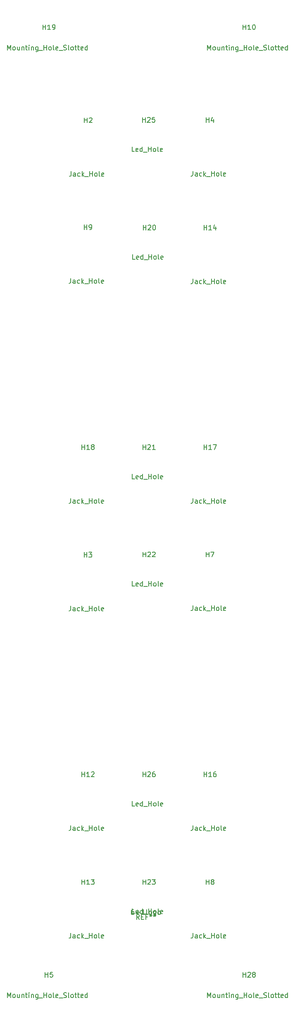
<source format=gbr>
%TF.GenerationSoftware,KiCad,Pcbnew,(5.1.9)-1*%
%TF.CreationDate,2021-09-13T20:57:42+01:00*%
%TF.ProjectId,KOSMO Mult faceplate,4b4f534d-4f20-44d7-956c-742066616365,rev?*%
%TF.SameCoordinates,Original*%
%TF.FileFunction,Other,Fab,Top*%
%FSLAX46Y46*%
G04 Gerber Fmt 4.6, Leading zero omitted, Abs format (unit mm)*
G04 Created by KiCad (PCBNEW (5.1.9)-1) date 2021-09-13 20:57:42*
%MOMM*%
%LPD*%
G01*
G04 APERTURE LIST*
%ADD10C,0.150000*%
G04 APERTURE END LIST*
%TO.C,H26*%
D10*
X37576452Y-177267380D02*
X37100261Y-177267380D01*
X37100261Y-176267380D01*
X38290738Y-177219761D02*
X38195500Y-177267380D01*
X38005023Y-177267380D01*
X37909785Y-177219761D01*
X37862166Y-177124523D01*
X37862166Y-176743571D01*
X37909785Y-176648333D01*
X38005023Y-176600714D01*
X38195500Y-176600714D01*
X38290738Y-176648333D01*
X38338357Y-176743571D01*
X38338357Y-176838809D01*
X37862166Y-176934047D01*
X39195500Y-177267380D02*
X39195500Y-176267380D01*
X39195500Y-177219761D02*
X39100261Y-177267380D01*
X38909785Y-177267380D01*
X38814547Y-177219761D01*
X38766928Y-177172142D01*
X38719309Y-177076904D01*
X38719309Y-176791190D01*
X38766928Y-176695952D01*
X38814547Y-176648333D01*
X38909785Y-176600714D01*
X39100261Y-176600714D01*
X39195500Y-176648333D01*
X39433595Y-177362619D02*
X40195500Y-177362619D01*
X40433595Y-177267380D02*
X40433595Y-176267380D01*
X40433595Y-176743571D02*
X41005023Y-176743571D01*
X41005023Y-177267380D02*
X41005023Y-176267380D01*
X41624071Y-177267380D02*
X41528833Y-177219761D01*
X41481214Y-177172142D01*
X41433595Y-177076904D01*
X41433595Y-176791190D01*
X41481214Y-176695952D01*
X41528833Y-176648333D01*
X41624071Y-176600714D01*
X41766928Y-176600714D01*
X41862166Y-176648333D01*
X41909785Y-176695952D01*
X41957404Y-176791190D01*
X41957404Y-177076904D01*
X41909785Y-177172142D01*
X41862166Y-177219761D01*
X41766928Y-177267380D01*
X41624071Y-177267380D01*
X42528833Y-177267380D02*
X42433595Y-177219761D01*
X42385976Y-177124523D01*
X42385976Y-176267380D01*
X43290738Y-177219761D02*
X43195500Y-177267380D01*
X43005023Y-177267380D01*
X42909785Y-177219761D01*
X42862166Y-177124523D01*
X42862166Y-176743571D01*
X42909785Y-176648333D01*
X43005023Y-176600714D01*
X43195500Y-176600714D01*
X43290738Y-176648333D01*
X43338357Y-176743571D01*
X43338357Y-176838809D01*
X42862166Y-176934047D01*
X39257404Y-171267380D02*
X39257404Y-170267380D01*
X39257404Y-170743571D02*
X39828833Y-170743571D01*
X39828833Y-171267380D02*
X39828833Y-170267380D01*
X40257404Y-170362619D02*
X40305023Y-170315000D01*
X40400261Y-170267380D01*
X40638357Y-170267380D01*
X40733595Y-170315000D01*
X40781214Y-170362619D01*
X40828833Y-170457857D01*
X40828833Y-170553095D01*
X40781214Y-170695952D01*
X40209785Y-171267380D01*
X40828833Y-171267380D01*
X41685976Y-170267380D02*
X41495500Y-170267380D01*
X41400261Y-170315000D01*
X41352642Y-170362619D01*
X41257404Y-170505476D01*
X41209785Y-170695952D01*
X41209785Y-171076904D01*
X41257404Y-171172142D01*
X41305023Y-171219761D01*
X41400261Y-171267380D01*
X41590738Y-171267380D01*
X41685976Y-171219761D01*
X41733595Y-171172142D01*
X41781214Y-171076904D01*
X41781214Y-170838809D01*
X41733595Y-170743571D01*
X41685976Y-170695952D01*
X41590738Y-170648333D01*
X41400261Y-170648333D01*
X41305023Y-170695952D01*
X41257404Y-170743571D01*
X41209785Y-170838809D01*
%TO.C,REF\u002A\u002A*%
X38544666Y-200469380D02*
X38211333Y-199993190D01*
X37973238Y-200469380D02*
X37973238Y-199469380D01*
X38354190Y-199469380D01*
X38449428Y-199517000D01*
X38497047Y-199564619D01*
X38544666Y-199659857D01*
X38544666Y-199802714D01*
X38497047Y-199897952D01*
X38449428Y-199945571D01*
X38354190Y-199993190D01*
X37973238Y-199993190D01*
X38973238Y-199945571D02*
X39306571Y-199945571D01*
X39449428Y-200469380D02*
X38973238Y-200469380D01*
X38973238Y-199469380D01*
X39449428Y-199469380D01*
X40211333Y-199945571D02*
X39878000Y-199945571D01*
X39878000Y-200469380D02*
X39878000Y-199469380D01*
X40354190Y-199469380D01*
X40878000Y-199469380D02*
X40878000Y-199707476D01*
X40639904Y-199612238D02*
X40878000Y-199707476D01*
X41116095Y-199612238D01*
X40735142Y-199897952D02*
X40878000Y-199707476D01*
X41020857Y-199897952D01*
X41639904Y-199469380D02*
X41639904Y-199707476D01*
X41401809Y-199612238D02*
X41639904Y-199707476D01*
X41878000Y-199612238D01*
X41497047Y-199897952D02*
X41639904Y-199707476D01*
X41782761Y-199897952D01*
X37354190Y-198469380D02*
X37163714Y-198469380D01*
X37068476Y-198517000D01*
X37020857Y-198564619D01*
X36925619Y-198707476D01*
X36878000Y-198897952D01*
X36878000Y-199278904D01*
X36925619Y-199374142D01*
X36973238Y-199421761D01*
X37068476Y-199469380D01*
X37258952Y-199469380D01*
X37354190Y-199421761D01*
X37401809Y-199374142D01*
X37449428Y-199278904D01*
X37449428Y-199040809D01*
X37401809Y-198945571D01*
X37354190Y-198897952D01*
X37258952Y-198850333D01*
X37068476Y-198850333D01*
X36973238Y-198897952D01*
X36925619Y-198945571D01*
X36878000Y-199040809D01*
X37878000Y-199088428D02*
X38639904Y-199088428D01*
X38258952Y-199469380D02*
X38258952Y-198707476D01*
X39639904Y-199469380D02*
X39068476Y-199469380D01*
X39354190Y-199469380D02*
X39354190Y-198469380D01*
X39258952Y-198612238D01*
X39163714Y-198707476D01*
X39068476Y-198755095D01*
X40211333Y-199469380D02*
X40116095Y-199421761D01*
X40068476Y-199326523D01*
X40068476Y-198469380D01*
X40735142Y-199469380D02*
X40639904Y-199421761D01*
X40592285Y-199374142D01*
X40544666Y-199278904D01*
X40544666Y-198993190D01*
X40592285Y-198897952D01*
X40639904Y-198850333D01*
X40735142Y-198802714D01*
X40878000Y-198802714D01*
X40973238Y-198850333D01*
X41020857Y-198897952D01*
X41068476Y-198993190D01*
X41068476Y-199278904D01*
X41020857Y-199374142D01*
X40973238Y-199421761D01*
X40878000Y-199469380D01*
X40735142Y-199469380D01*
X41925619Y-198802714D02*
X41925619Y-199612238D01*
X41878000Y-199707476D01*
X41830380Y-199755095D01*
X41735142Y-199802714D01*
X41592285Y-199802714D01*
X41497047Y-199755095D01*
X41925619Y-199421761D02*
X41830380Y-199469380D01*
X41639904Y-199469380D01*
X41544666Y-199421761D01*
X41497047Y-199374142D01*
X41449428Y-199278904D01*
X41449428Y-198993190D01*
X41497047Y-198897952D01*
X41544666Y-198850333D01*
X41639904Y-198802714D01*
X41830380Y-198802714D01*
X41925619Y-198850333D01*
X42544666Y-199469380D02*
X42449428Y-199421761D01*
X42401809Y-199374142D01*
X42354190Y-199278904D01*
X42354190Y-198993190D01*
X42401809Y-198897952D01*
X42449428Y-198850333D01*
X42544666Y-198802714D01*
X42687523Y-198802714D01*
X42782761Y-198850333D01*
X42830380Y-198897952D01*
X42878000Y-198993190D01*
X42878000Y-199278904D01*
X42830380Y-199374142D01*
X42782761Y-199421761D01*
X42687523Y-199469380D01*
X42544666Y-199469380D01*
%TO.C,H5*%
X11497523Y-216488380D02*
X11497523Y-215488380D01*
X11830857Y-216202666D01*
X12164190Y-215488380D01*
X12164190Y-216488380D01*
X12783238Y-216488380D02*
X12688000Y-216440761D01*
X12640380Y-216393142D01*
X12592761Y-216297904D01*
X12592761Y-216012190D01*
X12640380Y-215916952D01*
X12688000Y-215869333D01*
X12783238Y-215821714D01*
X12926095Y-215821714D01*
X13021333Y-215869333D01*
X13068952Y-215916952D01*
X13116571Y-216012190D01*
X13116571Y-216297904D01*
X13068952Y-216393142D01*
X13021333Y-216440761D01*
X12926095Y-216488380D01*
X12783238Y-216488380D01*
X13973714Y-215821714D02*
X13973714Y-216488380D01*
X13545142Y-215821714D02*
X13545142Y-216345523D01*
X13592761Y-216440761D01*
X13688000Y-216488380D01*
X13830857Y-216488380D01*
X13926095Y-216440761D01*
X13973714Y-216393142D01*
X14449904Y-215821714D02*
X14449904Y-216488380D01*
X14449904Y-215916952D02*
X14497523Y-215869333D01*
X14592761Y-215821714D01*
X14735619Y-215821714D01*
X14830857Y-215869333D01*
X14878476Y-215964571D01*
X14878476Y-216488380D01*
X15211809Y-215821714D02*
X15592761Y-215821714D01*
X15354666Y-215488380D02*
X15354666Y-216345523D01*
X15402285Y-216440761D01*
X15497523Y-216488380D01*
X15592761Y-216488380D01*
X15926095Y-216488380D02*
X15926095Y-215821714D01*
X15926095Y-215488380D02*
X15878476Y-215536000D01*
X15926095Y-215583619D01*
X15973714Y-215536000D01*
X15926095Y-215488380D01*
X15926095Y-215583619D01*
X16402285Y-215821714D02*
X16402285Y-216488380D01*
X16402285Y-215916952D02*
X16449904Y-215869333D01*
X16545142Y-215821714D01*
X16688000Y-215821714D01*
X16783238Y-215869333D01*
X16830857Y-215964571D01*
X16830857Y-216488380D01*
X17735619Y-215821714D02*
X17735619Y-216631238D01*
X17688000Y-216726476D01*
X17640380Y-216774095D01*
X17545142Y-216821714D01*
X17402285Y-216821714D01*
X17307047Y-216774095D01*
X17735619Y-216440761D02*
X17640380Y-216488380D01*
X17449904Y-216488380D01*
X17354666Y-216440761D01*
X17307047Y-216393142D01*
X17259428Y-216297904D01*
X17259428Y-216012190D01*
X17307047Y-215916952D01*
X17354666Y-215869333D01*
X17449904Y-215821714D01*
X17640380Y-215821714D01*
X17735619Y-215869333D01*
X17973714Y-216583619D02*
X18735619Y-216583619D01*
X18973714Y-216488380D02*
X18973714Y-215488380D01*
X18973714Y-215964571D02*
X19545142Y-215964571D01*
X19545142Y-216488380D02*
X19545142Y-215488380D01*
X20164190Y-216488380D02*
X20068952Y-216440761D01*
X20021333Y-216393142D01*
X19973714Y-216297904D01*
X19973714Y-216012190D01*
X20021333Y-215916952D01*
X20068952Y-215869333D01*
X20164190Y-215821714D01*
X20307047Y-215821714D01*
X20402285Y-215869333D01*
X20449904Y-215916952D01*
X20497523Y-216012190D01*
X20497523Y-216297904D01*
X20449904Y-216393142D01*
X20402285Y-216440761D01*
X20307047Y-216488380D01*
X20164190Y-216488380D01*
X21068952Y-216488380D02*
X20973714Y-216440761D01*
X20926095Y-216345523D01*
X20926095Y-215488380D01*
X21830857Y-216440761D02*
X21735619Y-216488380D01*
X21545142Y-216488380D01*
X21449904Y-216440761D01*
X21402285Y-216345523D01*
X21402285Y-215964571D01*
X21449904Y-215869333D01*
X21545142Y-215821714D01*
X21735619Y-215821714D01*
X21830857Y-215869333D01*
X21878476Y-215964571D01*
X21878476Y-216059809D01*
X21402285Y-216155047D01*
X22068952Y-216583619D02*
X22830857Y-216583619D01*
X23021333Y-216440761D02*
X23164190Y-216488380D01*
X23402285Y-216488380D01*
X23497523Y-216440761D01*
X23545142Y-216393142D01*
X23592761Y-216297904D01*
X23592761Y-216202666D01*
X23545142Y-216107428D01*
X23497523Y-216059809D01*
X23402285Y-216012190D01*
X23211809Y-215964571D01*
X23116571Y-215916952D01*
X23068952Y-215869333D01*
X23021333Y-215774095D01*
X23021333Y-215678857D01*
X23068952Y-215583619D01*
X23116571Y-215536000D01*
X23211809Y-215488380D01*
X23449904Y-215488380D01*
X23592761Y-215536000D01*
X24164190Y-216488380D02*
X24068952Y-216440761D01*
X24021333Y-216345523D01*
X24021333Y-215488380D01*
X24688000Y-216488380D02*
X24592761Y-216440761D01*
X24545142Y-216393142D01*
X24497523Y-216297904D01*
X24497523Y-216012190D01*
X24545142Y-215916952D01*
X24592761Y-215869333D01*
X24688000Y-215821714D01*
X24830857Y-215821714D01*
X24926095Y-215869333D01*
X24973714Y-215916952D01*
X25021333Y-216012190D01*
X25021333Y-216297904D01*
X24973714Y-216393142D01*
X24926095Y-216440761D01*
X24830857Y-216488380D01*
X24688000Y-216488380D01*
X25307047Y-215821714D02*
X25688000Y-215821714D01*
X25449904Y-215488380D02*
X25449904Y-216345523D01*
X25497523Y-216440761D01*
X25592761Y-216488380D01*
X25688000Y-216488380D01*
X25878476Y-215821714D02*
X26259428Y-215821714D01*
X26021333Y-215488380D02*
X26021333Y-216345523D01*
X26068952Y-216440761D01*
X26164190Y-216488380D01*
X26259428Y-216488380D01*
X26973714Y-216440761D02*
X26878476Y-216488380D01*
X26688000Y-216488380D01*
X26592761Y-216440761D01*
X26545142Y-216345523D01*
X26545142Y-215964571D01*
X26592761Y-215869333D01*
X26688000Y-215821714D01*
X26878476Y-215821714D01*
X26973714Y-215869333D01*
X27021333Y-215964571D01*
X27021333Y-216059809D01*
X26545142Y-216155047D01*
X27878476Y-216488380D02*
X27878476Y-215488380D01*
X27878476Y-216440761D02*
X27783238Y-216488380D01*
X27592761Y-216488380D01*
X27497523Y-216440761D01*
X27449904Y-216393142D01*
X27402285Y-216297904D01*
X27402285Y-216012190D01*
X27449904Y-215916952D01*
X27497523Y-215869333D01*
X27592761Y-215821714D01*
X27783238Y-215821714D01*
X27878476Y-215869333D01*
X19226095Y-212288380D02*
X19226095Y-211288380D01*
X19226095Y-211764571D02*
X19797523Y-211764571D01*
X19797523Y-212288380D02*
X19797523Y-211288380D01*
X20749904Y-211288380D02*
X20273714Y-211288380D01*
X20226095Y-211764571D01*
X20273714Y-211716952D01*
X20368952Y-211669333D01*
X20607047Y-211669333D01*
X20702285Y-211716952D01*
X20749904Y-211764571D01*
X20797523Y-211859809D01*
X20797523Y-212097904D01*
X20749904Y-212193142D01*
X20702285Y-212240761D01*
X20607047Y-212288380D01*
X20368952Y-212288380D01*
X20273714Y-212240761D01*
X20226095Y-212193142D01*
%TO.C,H10*%
X52518523Y-22495880D02*
X52518523Y-21495880D01*
X52851857Y-22210166D01*
X53185190Y-21495880D01*
X53185190Y-22495880D01*
X53804238Y-22495880D02*
X53709000Y-22448261D01*
X53661380Y-22400642D01*
X53613761Y-22305404D01*
X53613761Y-22019690D01*
X53661380Y-21924452D01*
X53709000Y-21876833D01*
X53804238Y-21829214D01*
X53947095Y-21829214D01*
X54042333Y-21876833D01*
X54089952Y-21924452D01*
X54137571Y-22019690D01*
X54137571Y-22305404D01*
X54089952Y-22400642D01*
X54042333Y-22448261D01*
X53947095Y-22495880D01*
X53804238Y-22495880D01*
X54994714Y-21829214D02*
X54994714Y-22495880D01*
X54566142Y-21829214D02*
X54566142Y-22353023D01*
X54613761Y-22448261D01*
X54709000Y-22495880D01*
X54851857Y-22495880D01*
X54947095Y-22448261D01*
X54994714Y-22400642D01*
X55470904Y-21829214D02*
X55470904Y-22495880D01*
X55470904Y-21924452D02*
X55518523Y-21876833D01*
X55613761Y-21829214D01*
X55756619Y-21829214D01*
X55851857Y-21876833D01*
X55899476Y-21972071D01*
X55899476Y-22495880D01*
X56232809Y-21829214D02*
X56613761Y-21829214D01*
X56375666Y-21495880D02*
X56375666Y-22353023D01*
X56423285Y-22448261D01*
X56518523Y-22495880D01*
X56613761Y-22495880D01*
X56947095Y-22495880D02*
X56947095Y-21829214D01*
X56947095Y-21495880D02*
X56899476Y-21543500D01*
X56947095Y-21591119D01*
X56994714Y-21543500D01*
X56947095Y-21495880D01*
X56947095Y-21591119D01*
X57423285Y-21829214D02*
X57423285Y-22495880D01*
X57423285Y-21924452D02*
X57470904Y-21876833D01*
X57566142Y-21829214D01*
X57709000Y-21829214D01*
X57804238Y-21876833D01*
X57851857Y-21972071D01*
X57851857Y-22495880D01*
X58756619Y-21829214D02*
X58756619Y-22638738D01*
X58709000Y-22733976D01*
X58661380Y-22781595D01*
X58566142Y-22829214D01*
X58423285Y-22829214D01*
X58328047Y-22781595D01*
X58756619Y-22448261D02*
X58661380Y-22495880D01*
X58470904Y-22495880D01*
X58375666Y-22448261D01*
X58328047Y-22400642D01*
X58280428Y-22305404D01*
X58280428Y-22019690D01*
X58328047Y-21924452D01*
X58375666Y-21876833D01*
X58470904Y-21829214D01*
X58661380Y-21829214D01*
X58756619Y-21876833D01*
X58994714Y-22591119D02*
X59756619Y-22591119D01*
X59994714Y-22495880D02*
X59994714Y-21495880D01*
X59994714Y-21972071D02*
X60566142Y-21972071D01*
X60566142Y-22495880D02*
X60566142Y-21495880D01*
X61185190Y-22495880D02*
X61089952Y-22448261D01*
X61042333Y-22400642D01*
X60994714Y-22305404D01*
X60994714Y-22019690D01*
X61042333Y-21924452D01*
X61089952Y-21876833D01*
X61185190Y-21829214D01*
X61328047Y-21829214D01*
X61423285Y-21876833D01*
X61470904Y-21924452D01*
X61518523Y-22019690D01*
X61518523Y-22305404D01*
X61470904Y-22400642D01*
X61423285Y-22448261D01*
X61328047Y-22495880D01*
X61185190Y-22495880D01*
X62089952Y-22495880D02*
X61994714Y-22448261D01*
X61947095Y-22353023D01*
X61947095Y-21495880D01*
X62851857Y-22448261D02*
X62756619Y-22495880D01*
X62566142Y-22495880D01*
X62470904Y-22448261D01*
X62423285Y-22353023D01*
X62423285Y-21972071D01*
X62470904Y-21876833D01*
X62566142Y-21829214D01*
X62756619Y-21829214D01*
X62851857Y-21876833D01*
X62899476Y-21972071D01*
X62899476Y-22067309D01*
X62423285Y-22162547D01*
X63089952Y-22591119D02*
X63851857Y-22591119D01*
X64042333Y-22448261D02*
X64185190Y-22495880D01*
X64423285Y-22495880D01*
X64518523Y-22448261D01*
X64566142Y-22400642D01*
X64613761Y-22305404D01*
X64613761Y-22210166D01*
X64566142Y-22114928D01*
X64518523Y-22067309D01*
X64423285Y-22019690D01*
X64232809Y-21972071D01*
X64137571Y-21924452D01*
X64089952Y-21876833D01*
X64042333Y-21781595D01*
X64042333Y-21686357D01*
X64089952Y-21591119D01*
X64137571Y-21543500D01*
X64232809Y-21495880D01*
X64470904Y-21495880D01*
X64613761Y-21543500D01*
X65185190Y-22495880D02*
X65089952Y-22448261D01*
X65042333Y-22353023D01*
X65042333Y-21495880D01*
X65709000Y-22495880D02*
X65613761Y-22448261D01*
X65566142Y-22400642D01*
X65518523Y-22305404D01*
X65518523Y-22019690D01*
X65566142Y-21924452D01*
X65613761Y-21876833D01*
X65709000Y-21829214D01*
X65851857Y-21829214D01*
X65947095Y-21876833D01*
X65994714Y-21924452D01*
X66042333Y-22019690D01*
X66042333Y-22305404D01*
X65994714Y-22400642D01*
X65947095Y-22448261D01*
X65851857Y-22495880D01*
X65709000Y-22495880D01*
X66328047Y-21829214D02*
X66709000Y-21829214D01*
X66470904Y-21495880D02*
X66470904Y-22353023D01*
X66518523Y-22448261D01*
X66613761Y-22495880D01*
X66709000Y-22495880D01*
X66899476Y-21829214D02*
X67280428Y-21829214D01*
X67042333Y-21495880D02*
X67042333Y-22353023D01*
X67089952Y-22448261D01*
X67185190Y-22495880D01*
X67280428Y-22495880D01*
X67994714Y-22448261D02*
X67899476Y-22495880D01*
X67709000Y-22495880D01*
X67613761Y-22448261D01*
X67566142Y-22353023D01*
X67566142Y-21972071D01*
X67613761Y-21876833D01*
X67709000Y-21829214D01*
X67899476Y-21829214D01*
X67994714Y-21876833D01*
X68042333Y-21972071D01*
X68042333Y-22067309D01*
X67566142Y-22162547D01*
X68899476Y-22495880D02*
X68899476Y-21495880D01*
X68899476Y-22448261D02*
X68804238Y-22495880D01*
X68613761Y-22495880D01*
X68518523Y-22448261D01*
X68470904Y-22400642D01*
X68423285Y-22305404D01*
X68423285Y-22019690D01*
X68470904Y-21924452D01*
X68518523Y-21876833D01*
X68613761Y-21829214D01*
X68804238Y-21829214D01*
X68899476Y-21876833D01*
X59770904Y-18295880D02*
X59770904Y-17295880D01*
X59770904Y-17772071D02*
X60342333Y-17772071D01*
X60342333Y-18295880D02*
X60342333Y-17295880D01*
X61342333Y-18295880D02*
X60770904Y-18295880D01*
X61056619Y-18295880D02*
X61056619Y-17295880D01*
X60961380Y-17438738D01*
X60866142Y-17533976D01*
X60770904Y-17581595D01*
X61961380Y-17295880D02*
X62056619Y-17295880D01*
X62151857Y-17343500D01*
X62199476Y-17391119D01*
X62247095Y-17486357D01*
X62294714Y-17676833D01*
X62294714Y-17914928D01*
X62247095Y-18105404D01*
X62199476Y-18200642D01*
X62151857Y-18248261D01*
X62056619Y-18295880D01*
X61961380Y-18295880D01*
X61866142Y-18248261D01*
X61818523Y-18200642D01*
X61770904Y-18105404D01*
X61723285Y-17914928D01*
X61723285Y-17676833D01*
X61770904Y-17486357D01*
X61818523Y-17391119D01*
X61866142Y-17343500D01*
X61961380Y-17295880D01*
%TO.C,H19*%
X11497523Y-22495880D02*
X11497523Y-21495880D01*
X11830857Y-22210166D01*
X12164190Y-21495880D01*
X12164190Y-22495880D01*
X12783238Y-22495880D02*
X12688000Y-22448261D01*
X12640380Y-22400642D01*
X12592761Y-22305404D01*
X12592761Y-22019690D01*
X12640380Y-21924452D01*
X12688000Y-21876833D01*
X12783238Y-21829214D01*
X12926095Y-21829214D01*
X13021333Y-21876833D01*
X13068952Y-21924452D01*
X13116571Y-22019690D01*
X13116571Y-22305404D01*
X13068952Y-22400642D01*
X13021333Y-22448261D01*
X12926095Y-22495880D01*
X12783238Y-22495880D01*
X13973714Y-21829214D02*
X13973714Y-22495880D01*
X13545142Y-21829214D02*
X13545142Y-22353023D01*
X13592761Y-22448261D01*
X13688000Y-22495880D01*
X13830857Y-22495880D01*
X13926095Y-22448261D01*
X13973714Y-22400642D01*
X14449904Y-21829214D02*
X14449904Y-22495880D01*
X14449904Y-21924452D02*
X14497523Y-21876833D01*
X14592761Y-21829214D01*
X14735619Y-21829214D01*
X14830857Y-21876833D01*
X14878476Y-21972071D01*
X14878476Y-22495880D01*
X15211809Y-21829214D02*
X15592761Y-21829214D01*
X15354666Y-21495880D02*
X15354666Y-22353023D01*
X15402285Y-22448261D01*
X15497523Y-22495880D01*
X15592761Y-22495880D01*
X15926095Y-22495880D02*
X15926095Y-21829214D01*
X15926095Y-21495880D02*
X15878476Y-21543500D01*
X15926095Y-21591119D01*
X15973714Y-21543500D01*
X15926095Y-21495880D01*
X15926095Y-21591119D01*
X16402285Y-21829214D02*
X16402285Y-22495880D01*
X16402285Y-21924452D02*
X16449904Y-21876833D01*
X16545142Y-21829214D01*
X16688000Y-21829214D01*
X16783238Y-21876833D01*
X16830857Y-21972071D01*
X16830857Y-22495880D01*
X17735619Y-21829214D02*
X17735619Y-22638738D01*
X17688000Y-22733976D01*
X17640380Y-22781595D01*
X17545142Y-22829214D01*
X17402285Y-22829214D01*
X17307047Y-22781595D01*
X17735619Y-22448261D02*
X17640380Y-22495880D01*
X17449904Y-22495880D01*
X17354666Y-22448261D01*
X17307047Y-22400642D01*
X17259428Y-22305404D01*
X17259428Y-22019690D01*
X17307047Y-21924452D01*
X17354666Y-21876833D01*
X17449904Y-21829214D01*
X17640380Y-21829214D01*
X17735619Y-21876833D01*
X17973714Y-22591119D02*
X18735619Y-22591119D01*
X18973714Y-22495880D02*
X18973714Y-21495880D01*
X18973714Y-21972071D02*
X19545142Y-21972071D01*
X19545142Y-22495880D02*
X19545142Y-21495880D01*
X20164190Y-22495880D02*
X20068952Y-22448261D01*
X20021333Y-22400642D01*
X19973714Y-22305404D01*
X19973714Y-22019690D01*
X20021333Y-21924452D01*
X20068952Y-21876833D01*
X20164190Y-21829214D01*
X20307047Y-21829214D01*
X20402285Y-21876833D01*
X20449904Y-21924452D01*
X20497523Y-22019690D01*
X20497523Y-22305404D01*
X20449904Y-22400642D01*
X20402285Y-22448261D01*
X20307047Y-22495880D01*
X20164190Y-22495880D01*
X21068952Y-22495880D02*
X20973714Y-22448261D01*
X20926095Y-22353023D01*
X20926095Y-21495880D01*
X21830857Y-22448261D02*
X21735619Y-22495880D01*
X21545142Y-22495880D01*
X21449904Y-22448261D01*
X21402285Y-22353023D01*
X21402285Y-21972071D01*
X21449904Y-21876833D01*
X21545142Y-21829214D01*
X21735619Y-21829214D01*
X21830857Y-21876833D01*
X21878476Y-21972071D01*
X21878476Y-22067309D01*
X21402285Y-22162547D01*
X22068952Y-22591119D02*
X22830857Y-22591119D01*
X23021333Y-22448261D02*
X23164190Y-22495880D01*
X23402285Y-22495880D01*
X23497523Y-22448261D01*
X23545142Y-22400642D01*
X23592761Y-22305404D01*
X23592761Y-22210166D01*
X23545142Y-22114928D01*
X23497523Y-22067309D01*
X23402285Y-22019690D01*
X23211809Y-21972071D01*
X23116571Y-21924452D01*
X23068952Y-21876833D01*
X23021333Y-21781595D01*
X23021333Y-21686357D01*
X23068952Y-21591119D01*
X23116571Y-21543500D01*
X23211809Y-21495880D01*
X23449904Y-21495880D01*
X23592761Y-21543500D01*
X24164190Y-22495880D02*
X24068952Y-22448261D01*
X24021333Y-22353023D01*
X24021333Y-21495880D01*
X24688000Y-22495880D02*
X24592761Y-22448261D01*
X24545142Y-22400642D01*
X24497523Y-22305404D01*
X24497523Y-22019690D01*
X24545142Y-21924452D01*
X24592761Y-21876833D01*
X24688000Y-21829214D01*
X24830857Y-21829214D01*
X24926095Y-21876833D01*
X24973714Y-21924452D01*
X25021333Y-22019690D01*
X25021333Y-22305404D01*
X24973714Y-22400642D01*
X24926095Y-22448261D01*
X24830857Y-22495880D01*
X24688000Y-22495880D01*
X25307047Y-21829214D02*
X25688000Y-21829214D01*
X25449904Y-21495880D02*
X25449904Y-22353023D01*
X25497523Y-22448261D01*
X25592761Y-22495880D01*
X25688000Y-22495880D01*
X25878476Y-21829214D02*
X26259428Y-21829214D01*
X26021333Y-21495880D02*
X26021333Y-22353023D01*
X26068952Y-22448261D01*
X26164190Y-22495880D01*
X26259428Y-22495880D01*
X26973714Y-22448261D02*
X26878476Y-22495880D01*
X26688000Y-22495880D01*
X26592761Y-22448261D01*
X26545142Y-22353023D01*
X26545142Y-21972071D01*
X26592761Y-21876833D01*
X26688000Y-21829214D01*
X26878476Y-21829214D01*
X26973714Y-21876833D01*
X27021333Y-21972071D01*
X27021333Y-22067309D01*
X26545142Y-22162547D01*
X27878476Y-22495880D02*
X27878476Y-21495880D01*
X27878476Y-22448261D02*
X27783238Y-22495880D01*
X27592761Y-22495880D01*
X27497523Y-22448261D01*
X27449904Y-22400642D01*
X27402285Y-22305404D01*
X27402285Y-22019690D01*
X27449904Y-21924452D01*
X27497523Y-21876833D01*
X27592761Y-21829214D01*
X27783238Y-21829214D01*
X27878476Y-21876833D01*
X18749904Y-18295880D02*
X18749904Y-17295880D01*
X18749904Y-17772071D02*
X19321333Y-17772071D01*
X19321333Y-18295880D02*
X19321333Y-17295880D01*
X20321333Y-18295880D02*
X19749904Y-18295880D01*
X20035619Y-18295880D02*
X20035619Y-17295880D01*
X19940380Y-17438738D01*
X19845142Y-17533976D01*
X19749904Y-17581595D01*
X20797523Y-18295880D02*
X20988000Y-18295880D01*
X21083238Y-18248261D01*
X21130857Y-18200642D01*
X21226095Y-18057785D01*
X21273714Y-17867309D01*
X21273714Y-17486357D01*
X21226095Y-17391119D01*
X21178476Y-17343500D01*
X21083238Y-17295880D01*
X20892761Y-17295880D01*
X20797523Y-17343500D01*
X20749904Y-17391119D01*
X20702285Y-17486357D01*
X20702285Y-17724452D01*
X20749904Y-17819690D01*
X20797523Y-17867309D01*
X20892761Y-17914928D01*
X21083238Y-17914928D01*
X21178476Y-17867309D01*
X21226095Y-17819690D01*
X21273714Y-17724452D01*
%TO.C,H20*%
X37639952Y-65316880D02*
X37163761Y-65316880D01*
X37163761Y-64316880D01*
X38354238Y-65269261D02*
X38259000Y-65316880D01*
X38068523Y-65316880D01*
X37973285Y-65269261D01*
X37925666Y-65174023D01*
X37925666Y-64793071D01*
X37973285Y-64697833D01*
X38068523Y-64650214D01*
X38259000Y-64650214D01*
X38354238Y-64697833D01*
X38401857Y-64793071D01*
X38401857Y-64888309D01*
X37925666Y-64983547D01*
X39259000Y-65316880D02*
X39259000Y-64316880D01*
X39259000Y-65269261D02*
X39163761Y-65316880D01*
X38973285Y-65316880D01*
X38878047Y-65269261D01*
X38830428Y-65221642D01*
X38782809Y-65126404D01*
X38782809Y-64840690D01*
X38830428Y-64745452D01*
X38878047Y-64697833D01*
X38973285Y-64650214D01*
X39163761Y-64650214D01*
X39259000Y-64697833D01*
X39497095Y-65412119D02*
X40259000Y-65412119D01*
X40497095Y-65316880D02*
X40497095Y-64316880D01*
X40497095Y-64793071D02*
X41068523Y-64793071D01*
X41068523Y-65316880D02*
X41068523Y-64316880D01*
X41687571Y-65316880D02*
X41592333Y-65269261D01*
X41544714Y-65221642D01*
X41497095Y-65126404D01*
X41497095Y-64840690D01*
X41544714Y-64745452D01*
X41592333Y-64697833D01*
X41687571Y-64650214D01*
X41830428Y-64650214D01*
X41925666Y-64697833D01*
X41973285Y-64745452D01*
X42020904Y-64840690D01*
X42020904Y-65126404D01*
X41973285Y-65221642D01*
X41925666Y-65269261D01*
X41830428Y-65316880D01*
X41687571Y-65316880D01*
X42592333Y-65316880D02*
X42497095Y-65269261D01*
X42449476Y-65174023D01*
X42449476Y-64316880D01*
X43354238Y-65269261D02*
X43259000Y-65316880D01*
X43068523Y-65316880D01*
X42973285Y-65269261D01*
X42925666Y-65174023D01*
X42925666Y-64793071D01*
X42973285Y-64697833D01*
X43068523Y-64650214D01*
X43259000Y-64650214D01*
X43354238Y-64697833D01*
X43401857Y-64793071D01*
X43401857Y-64888309D01*
X42925666Y-64983547D01*
X39320904Y-59316880D02*
X39320904Y-58316880D01*
X39320904Y-58793071D02*
X39892333Y-58793071D01*
X39892333Y-59316880D02*
X39892333Y-58316880D01*
X40320904Y-58412119D02*
X40368523Y-58364500D01*
X40463761Y-58316880D01*
X40701857Y-58316880D01*
X40797095Y-58364500D01*
X40844714Y-58412119D01*
X40892333Y-58507357D01*
X40892333Y-58602595D01*
X40844714Y-58745452D01*
X40273285Y-59316880D01*
X40892333Y-59316880D01*
X41511380Y-58316880D02*
X41606619Y-58316880D01*
X41701857Y-58364500D01*
X41749476Y-58412119D01*
X41797095Y-58507357D01*
X41844714Y-58697833D01*
X41844714Y-58935928D01*
X41797095Y-59126404D01*
X41749476Y-59221642D01*
X41701857Y-59269261D01*
X41606619Y-59316880D01*
X41511380Y-59316880D01*
X41416142Y-59269261D01*
X41368523Y-59221642D01*
X41320904Y-59126404D01*
X41273285Y-58935928D01*
X41273285Y-58697833D01*
X41320904Y-58507357D01*
X41368523Y-58412119D01*
X41416142Y-58364500D01*
X41511380Y-58316880D01*
%TO.C,H21*%
X37576452Y-110274880D02*
X37100261Y-110274880D01*
X37100261Y-109274880D01*
X38290738Y-110227261D02*
X38195500Y-110274880D01*
X38005023Y-110274880D01*
X37909785Y-110227261D01*
X37862166Y-110132023D01*
X37862166Y-109751071D01*
X37909785Y-109655833D01*
X38005023Y-109608214D01*
X38195500Y-109608214D01*
X38290738Y-109655833D01*
X38338357Y-109751071D01*
X38338357Y-109846309D01*
X37862166Y-109941547D01*
X39195500Y-110274880D02*
X39195500Y-109274880D01*
X39195500Y-110227261D02*
X39100261Y-110274880D01*
X38909785Y-110274880D01*
X38814547Y-110227261D01*
X38766928Y-110179642D01*
X38719309Y-110084404D01*
X38719309Y-109798690D01*
X38766928Y-109703452D01*
X38814547Y-109655833D01*
X38909785Y-109608214D01*
X39100261Y-109608214D01*
X39195500Y-109655833D01*
X39433595Y-110370119D02*
X40195500Y-110370119D01*
X40433595Y-110274880D02*
X40433595Y-109274880D01*
X40433595Y-109751071D02*
X41005023Y-109751071D01*
X41005023Y-110274880D02*
X41005023Y-109274880D01*
X41624071Y-110274880D02*
X41528833Y-110227261D01*
X41481214Y-110179642D01*
X41433595Y-110084404D01*
X41433595Y-109798690D01*
X41481214Y-109703452D01*
X41528833Y-109655833D01*
X41624071Y-109608214D01*
X41766928Y-109608214D01*
X41862166Y-109655833D01*
X41909785Y-109703452D01*
X41957404Y-109798690D01*
X41957404Y-110084404D01*
X41909785Y-110179642D01*
X41862166Y-110227261D01*
X41766928Y-110274880D01*
X41624071Y-110274880D01*
X42528833Y-110274880D02*
X42433595Y-110227261D01*
X42385976Y-110132023D01*
X42385976Y-109274880D01*
X43290738Y-110227261D02*
X43195500Y-110274880D01*
X43005023Y-110274880D01*
X42909785Y-110227261D01*
X42862166Y-110132023D01*
X42862166Y-109751071D01*
X42909785Y-109655833D01*
X43005023Y-109608214D01*
X43195500Y-109608214D01*
X43290738Y-109655833D01*
X43338357Y-109751071D01*
X43338357Y-109846309D01*
X42862166Y-109941547D01*
X39257404Y-104274880D02*
X39257404Y-103274880D01*
X39257404Y-103751071D02*
X39828833Y-103751071D01*
X39828833Y-104274880D02*
X39828833Y-103274880D01*
X40257404Y-103370119D02*
X40305023Y-103322500D01*
X40400261Y-103274880D01*
X40638357Y-103274880D01*
X40733595Y-103322500D01*
X40781214Y-103370119D01*
X40828833Y-103465357D01*
X40828833Y-103560595D01*
X40781214Y-103703452D01*
X40209785Y-104274880D01*
X40828833Y-104274880D01*
X41781214Y-104274880D02*
X41209785Y-104274880D01*
X41495500Y-104274880D02*
X41495500Y-103274880D01*
X41400261Y-103417738D01*
X41305023Y-103512976D01*
X41209785Y-103560595D01*
%TO.C,H22*%
X37576452Y-132245880D02*
X37100261Y-132245880D01*
X37100261Y-131245880D01*
X38290738Y-132198261D02*
X38195500Y-132245880D01*
X38005023Y-132245880D01*
X37909785Y-132198261D01*
X37862166Y-132103023D01*
X37862166Y-131722071D01*
X37909785Y-131626833D01*
X38005023Y-131579214D01*
X38195500Y-131579214D01*
X38290738Y-131626833D01*
X38338357Y-131722071D01*
X38338357Y-131817309D01*
X37862166Y-131912547D01*
X39195500Y-132245880D02*
X39195500Y-131245880D01*
X39195500Y-132198261D02*
X39100261Y-132245880D01*
X38909785Y-132245880D01*
X38814547Y-132198261D01*
X38766928Y-132150642D01*
X38719309Y-132055404D01*
X38719309Y-131769690D01*
X38766928Y-131674452D01*
X38814547Y-131626833D01*
X38909785Y-131579214D01*
X39100261Y-131579214D01*
X39195500Y-131626833D01*
X39433595Y-132341119D02*
X40195500Y-132341119D01*
X40433595Y-132245880D02*
X40433595Y-131245880D01*
X40433595Y-131722071D02*
X41005023Y-131722071D01*
X41005023Y-132245880D02*
X41005023Y-131245880D01*
X41624071Y-132245880D02*
X41528833Y-132198261D01*
X41481214Y-132150642D01*
X41433595Y-132055404D01*
X41433595Y-131769690D01*
X41481214Y-131674452D01*
X41528833Y-131626833D01*
X41624071Y-131579214D01*
X41766928Y-131579214D01*
X41862166Y-131626833D01*
X41909785Y-131674452D01*
X41957404Y-131769690D01*
X41957404Y-132055404D01*
X41909785Y-132150642D01*
X41862166Y-132198261D01*
X41766928Y-132245880D01*
X41624071Y-132245880D01*
X42528833Y-132245880D02*
X42433595Y-132198261D01*
X42385976Y-132103023D01*
X42385976Y-131245880D01*
X43290738Y-132198261D02*
X43195500Y-132245880D01*
X43005023Y-132245880D01*
X42909785Y-132198261D01*
X42862166Y-132103023D01*
X42862166Y-131722071D01*
X42909785Y-131626833D01*
X43005023Y-131579214D01*
X43195500Y-131579214D01*
X43290738Y-131626833D01*
X43338357Y-131722071D01*
X43338357Y-131817309D01*
X42862166Y-131912547D01*
X39257404Y-126245880D02*
X39257404Y-125245880D01*
X39257404Y-125722071D02*
X39828833Y-125722071D01*
X39828833Y-126245880D02*
X39828833Y-125245880D01*
X40257404Y-125341119D02*
X40305023Y-125293500D01*
X40400261Y-125245880D01*
X40638357Y-125245880D01*
X40733595Y-125293500D01*
X40781214Y-125341119D01*
X40828833Y-125436357D01*
X40828833Y-125531595D01*
X40781214Y-125674452D01*
X40209785Y-126245880D01*
X40828833Y-126245880D01*
X41209785Y-125341119D02*
X41257404Y-125293500D01*
X41352642Y-125245880D01*
X41590738Y-125245880D01*
X41685976Y-125293500D01*
X41733595Y-125341119D01*
X41781214Y-125436357D01*
X41781214Y-125531595D01*
X41733595Y-125674452D01*
X41162166Y-126245880D01*
X41781214Y-126245880D01*
%TO.C,H25*%
X37512952Y-43282380D02*
X37036761Y-43282380D01*
X37036761Y-42282380D01*
X38227238Y-43234761D02*
X38132000Y-43282380D01*
X37941523Y-43282380D01*
X37846285Y-43234761D01*
X37798666Y-43139523D01*
X37798666Y-42758571D01*
X37846285Y-42663333D01*
X37941523Y-42615714D01*
X38132000Y-42615714D01*
X38227238Y-42663333D01*
X38274857Y-42758571D01*
X38274857Y-42853809D01*
X37798666Y-42949047D01*
X39132000Y-43282380D02*
X39132000Y-42282380D01*
X39132000Y-43234761D02*
X39036761Y-43282380D01*
X38846285Y-43282380D01*
X38751047Y-43234761D01*
X38703428Y-43187142D01*
X38655809Y-43091904D01*
X38655809Y-42806190D01*
X38703428Y-42710952D01*
X38751047Y-42663333D01*
X38846285Y-42615714D01*
X39036761Y-42615714D01*
X39132000Y-42663333D01*
X39370095Y-43377619D02*
X40132000Y-43377619D01*
X40370095Y-43282380D02*
X40370095Y-42282380D01*
X40370095Y-42758571D02*
X40941523Y-42758571D01*
X40941523Y-43282380D02*
X40941523Y-42282380D01*
X41560571Y-43282380D02*
X41465333Y-43234761D01*
X41417714Y-43187142D01*
X41370095Y-43091904D01*
X41370095Y-42806190D01*
X41417714Y-42710952D01*
X41465333Y-42663333D01*
X41560571Y-42615714D01*
X41703428Y-42615714D01*
X41798666Y-42663333D01*
X41846285Y-42710952D01*
X41893904Y-42806190D01*
X41893904Y-43091904D01*
X41846285Y-43187142D01*
X41798666Y-43234761D01*
X41703428Y-43282380D01*
X41560571Y-43282380D01*
X42465333Y-43282380D02*
X42370095Y-43234761D01*
X42322476Y-43139523D01*
X42322476Y-42282380D01*
X43227238Y-43234761D02*
X43132000Y-43282380D01*
X42941523Y-43282380D01*
X42846285Y-43234761D01*
X42798666Y-43139523D01*
X42798666Y-42758571D01*
X42846285Y-42663333D01*
X42941523Y-42615714D01*
X43132000Y-42615714D01*
X43227238Y-42663333D01*
X43274857Y-42758571D01*
X43274857Y-42853809D01*
X42798666Y-42949047D01*
X39193904Y-37282380D02*
X39193904Y-36282380D01*
X39193904Y-36758571D02*
X39765333Y-36758571D01*
X39765333Y-37282380D02*
X39765333Y-36282380D01*
X40193904Y-36377619D02*
X40241523Y-36330000D01*
X40336761Y-36282380D01*
X40574857Y-36282380D01*
X40670095Y-36330000D01*
X40717714Y-36377619D01*
X40765333Y-36472857D01*
X40765333Y-36568095D01*
X40717714Y-36710952D01*
X40146285Y-37282380D01*
X40765333Y-37282380D01*
X41670095Y-36282380D02*
X41193904Y-36282380D01*
X41146285Y-36758571D01*
X41193904Y-36710952D01*
X41289142Y-36663333D01*
X41527238Y-36663333D01*
X41622476Y-36710952D01*
X41670095Y-36758571D01*
X41717714Y-36853809D01*
X41717714Y-37091904D01*
X41670095Y-37187142D01*
X41622476Y-37234761D01*
X41527238Y-37282380D01*
X41289142Y-37282380D01*
X41193904Y-37234761D01*
X41146285Y-37187142D01*
%TO.C,H28*%
X52515523Y-216488380D02*
X52515523Y-215488380D01*
X52848857Y-216202666D01*
X53182190Y-215488380D01*
X53182190Y-216488380D01*
X53801238Y-216488380D02*
X53706000Y-216440761D01*
X53658380Y-216393142D01*
X53610761Y-216297904D01*
X53610761Y-216012190D01*
X53658380Y-215916952D01*
X53706000Y-215869333D01*
X53801238Y-215821714D01*
X53944095Y-215821714D01*
X54039333Y-215869333D01*
X54086952Y-215916952D01*
X54134571Y-216012190D01*
X54134571Y-216297904D01*
X54086952Y-216393142D01*
X54039333Y-216440761D01*
X53944095Y-216488380D01*
X53801238Y-216488380D01*
X54991714Y-215821714D02*
X54991714Y-216488380D01*
X54563142Y-215821714D02*
X54563142Y-216345523D01*
X54610761Y-216440761D01*
X54706000Y-216488380D01*
X54848857Y-216488380D01*
X54944095Y-216440761D01*
X54991714Y-216393142D01*
X55467904Y-215821714D02*
X55467904Y-216488380D01*
X55467904Y-215916952D02*
X55515523Y-215869333D01*
X55610761Y-215821714D01*
X55753619Y-215821714D01*
X55848857Y-215869333D01*
X55896476Y-215964571D01*
X55896476Y-216488380D01*
X56229809Y-215821714D02*
X56610761Y-215821714D01*
X56372666Y-215488380D02*
X56372666Y-216345523D01*
X56420285Y-216440761D01*
X56515523Y-216488380D01*
X56610761Y-216488380D01*
X56944095Y-216488380D02*
X56944095Y-215821714D01*
X56944095Y-215488380D02*
X56896476Y-215536000D01*
X56944095Y-215583619D01*
X56991714Y-215536000D01*
X56944095Y-215488380D01*
X56944095Y-215583619D01*
X57420285Y-215821714D02*
X57420285Y-216488380D01*
X57420285Y-215916952D02*
X57467904Y-215869333D01*
X57563142Y-215821714D01*
X57706000Y-215821714D01*
X57801238Y-215869333D01*
X57848857Y-215964571D01*
X57848857Y-216488380D01*
X58753619Y-215821714D02*
X58753619Y-216631238D01*
X58706000Y-216726476D01*
X58658380Y-216774095D01*
X58563142Y-216821714D01*
X58420285Y-216821714D01*
X58325047Y-216774095D01*
X58753619Y-216440761D02*
X58658380Y-216488380D01*
X58467904Y-216488380D01*
X58372666Y-216440761D01*
X58325047Y-216393142D01*
X58277428Y-216297904D01*
X58277428Y-216012190D01*
X58325047Y-215916952D01*
X58372666Y-215869333D01*
X58467904Y-215821714D01*
X58658380Y-215821714D01*
X58753619Y-215869333D01*
X58991714Y-216583619D02*
X59753619Y-216583619D01*
X59991714Y-216488380D02*
X59991714Y-215488380D01*
X59991714Y-215964571D02*
X60563142Y-215964571D01*
X60563142Y-216488380D02*
X60563142Y-215488380D01*
X61182190Y-216488380D02*
X61086952Y-216440761D01*
X61039333Y-216393142D01*
X60991714Y-216297904D01*
X60991714Y-216012190D01*
X61039333Y-215916952D01*
X61086952Y-215869333D01*
X61182190Y-215821714D01*
X61325047Y-215821714D01*
X61420285Y-215869333D01*
X61467904Y-215916952D01*
X61515523Y-216012190D01*
X61515523Y-216297904D01*
X61467904Y-216393142D01*
X61420285Y-216440761D01*
X61325047Y-216488380D01*
X61182190Y-216488380D01*
X62086952Y-216488380D02*
X61991714Y-216440761D01*
X61944095Y-216345523D01*
X61944095Y-215488380D01*
X62848857Y-216440761D02*
X62753619Y-216488380D01*
X62563142Y-216488380D01*
X62467904Y-216440761D01*
X62420285Y-216345523D01*
X62420285Y-215964571D01*
X62467904Y-215869333D01*
X62563142Y-215821714D01*
X62753619Y-215821714D01*
X62848857Y-215869333D01*
X62896476Y-215964571D01*
X62896476Y-216059809D01*
X62420285Y-216155047D01*
X63086952Y-216583619D02*
X63848857Y-216583619D01*
X64039333Y-216440761D02*
X64182190Y-216488380D01*
X64420285Y-216488380D01*
X64515523Y-216440761D01*
X64563142Y-216393142D01*
X64610761Y-216297904D01*
X64610761Y-216202666D01*
X64563142Y-216107428D01*
X64515523Y-216059809D01*
X64420285Y-216012190D01*
X64229809Y-215964571D01*
X64134571Y-215916952D01*
X64086952Y-215869333D01*
X64039333Y-215774095D01*
X64039333Y-215678857D01*
X64086952Y-215583619D01*
X64134571Y-215536000D01*
X64229809Y-215488380D01*
X64467904Y-215488380D01*
X64610761Y-215536000D01*
X65182190Y-216488380D02*
X65086952Y-216440761D01*
X65039333Y-216345523D01*
X65039333Y-215488380D01*
X65706000Y-216488380D02*
X65610761Y-216440761D01*
X65563142Y-216393142D01*
X65515523Y-216297904D01*
X65515523Y-216012190D01*
X65563142Y-215916952D01*
X65610761Y-215869333D01*
X65706000Y-215821714D01*
X65848857Y-215821714D01*
X65944095Y-215869333D01*
X65991714Y-215916952D01*
X66039333Y-216012190D01*
X66039333Y-216297904D01*
X65991714Y-216393142D01*
X65944095Y-216440761D01*
X65848857Y-216488380D01*
X65706000Y-216488380D01*
X66325047Y-215821714D02*
X66706000Y-215821714D01*
X66467904Y-215488380D02*
X66467904Y-216345523D01*
X66515523Y-216440761D01*
X66610761Y-216488380D01*
X66706000Y-216488380D01*
X66896476Y-215821714D02*
X67277428Y-215821714D01*
X67039333Y-215488380D02*
X67039333Y-216345523D01*
X67086952Y-216440761D01*
X67182190Y-216488380D01*
X67277428Y-216488380D01*
X67991714Y-216440761D02*
X67896476Y-216488380D01*
X67706000Y-216488380D01*
X67610761Y-216440761D01*
X67563142Y-216345523D01*
X67563142Y-215964571D01*
X67610761Y-215869333D01*
X67706000Y-215821714D01*
X67896476Y-215821714D01*
X67991714Y-215869333D01*
X68039333Y-215964571D01*
X68039333Y-216059809D01*
X67563142Y-216155047D01*
X68896476Y-216488380D02*
X68896476Y-215488380D01*
X68896476Y-216440761D02*
X68801238Y-216488380D01*
X68610761Y-216488380D01*
X68515523Y-216440761D01*
X68467904Y-216393142D01*
X68420285Y-216297904D01*
X68420285Y-216012190D01*
X68467904Y-215916952D01*
X68515523Y-215869333D01*
X68610761Y-215821714D01*
X68801238Y-215821714D01*
X68896476Y-215869333D01*
X59767904Y-212288380D02*
X59767904Y-211288380D01*
X59767904Y-211764571D02*
X60339333Y-211764571D01*
X60339333Y-212288380D02*
X60339333Y-211288380D01*
X60767904Y-211383619D02*
X60815523Y-211336000D01*
X60910761Y-211288380D01*
X61148857Y-211288380D01*
X61244095Y-211336000D01*
X61291714Y-211383619D01*
X61339333Y-211478857D01*
X61339333Y-211574095D01*
X61291714Y-211716952D01*
X60720285Y-212288380D01*
X61339333Y-212288380D01*
X61910761Y-211716952D02*
X61815523Y-211669333D01*
X61767904Y-211621714D01*
X61720285Y-211526476D01*
X61720285Y-211478857D01*
X61767904Y-211383619D01*
X61815523Y-211336000D01*
X61910761Y-211288380D01*
X62101238Y-211288380D01*
X62196476Y-211336000D01*
X62244095Y-211383619D01*
X62291714Y-211478857D01*
X62291714Y-211526476D01*
X62244095Y-211621714D01*
X62196476Y-211669333D01*
X62101238Y-211716952D01*
X61910761Y-211716952D01*
X61815523Y-211764571D01*
X61767904Y-211812190D01*
X61720285Y-211907428D01*
X61720285Y-212097904D01*
X61767904Y-212193142D01*
X61815523Y-212240761D01*
X61910761Y-212288380D01*
X62101238Y-212288380D01*
X62196476Y-212240761D01*
X62244095Y-212193142D01*
X62291714Y-212097904D01*
X62291714Y-211907428D01*
X62244095Y-211812190D01*
X62196476Y-211764571D01*
X62101238Y-211716952D01*
%TO.C,H2*%
X24559023Y-47345880D02*
X24559023Y-48060166D01*
X24511404Y-48203023D01*
X24416166Y-48298261D01*
X24273309Y-48345880D01*
X24178071Y-48345880D01*
X25463785Y-48345880D02*
X25463785Y-47822071D01*
X25416166Y-47726833D01*
X25320928Y-47679214D01*
X25130452Y-47679214D01*
X25035214Y-47726833D01*
X25463785Y-48298261D02*
X25368547Y-48345880D01*
X25130452Y-48345880D01*
X25035214Y-48298261D01*
X24987595Y-48203023D01*
X24987595Y-48107785D01*
X25035214Y-48012547D01*
X25130452Y-47964928D01*
X25368547Y-47964928D01*
X25463785Y-47917309D01*
X26368547Y-48298261D02*
X26273309Y-48345880D01*
X26082833Y-48345880D01*
X25987595Y-48298261D01*
X25939976Y-48250642D01*
X25892357Y-48155404D01*
X25892357Y-47869690D01*
X25939976Y-47774452D01*
X25987595Y-47726833D01*
X26082833Y-47679214D01*
X26273309Y-47679214D01*
X26368547Y-47726833D01*
X26797119Y-48345880D02*
X26797119Y-47345880D01*
X26892357Y-47964928D02*
X27178071Y-48345880D01*
X27178071Y-47679214D02*
X26797119Y-48060166D01*
X27368547Y-48441119D02*
X28130452Y-48441119D01*
X28368547Y-48345880D02*
X28368547Y-47345880D01*
X28368547Y-47822071D02*
X28939976Y-47822071D01*
X28939976Y-48345880D02*
X28939976Y-47345880D01*
X29559023Y-48345880D02*
X29463785Y-48298261D01*
X29416166Y-48250642D01*
X29368547Y-48155404D01*
X29368547Y-47869690D01*
X29416166Y-47774452D01*
X29463785Y-47726833D01*
X29559023Y-47679214D01*
X29701880Y-47679214D01*
X29797119Y-47726833D01*
X29844738Y-47774452D01*
X29892357Y-47869690D01*
X29892357Y-48155404D01*
X29844738Y-48250642D01*
X29797119Y-48298261D01*
X29701880Y-48345880D01*
X29559023Y-48345880D01*
X30463785Y-48345880D02*
X30368547Y-48298261D01*
X30320928Y-48203023D01*
X30320928Y-47345880D01*
X31225690Y-48298261D02*
X31130452Y-48345880D01*
X30939976Y-48345880D01*
X30844738Y-48298261D01*
X30797119Y-48203023D01*
X30797119Y-47822071D01*
X30844738Y-47726833D01*
X30939976Y-47679214D01*
X31130452Y-47679214D01*
X31225690Y-47726833D01*
X31273309Y-47822071D01*
X31273309Y-47917309D01*
X30797119Y-48012547D01*
X27287595Y-37345880D02*
X27287595Y-36345880D01*
X27287595Y-36822071D02*
X27859023Y-36822071D01*
X27859023Y-37345880D02*
X27859023Y-36345880D01*
X28287595Y-36441119D02*
X28335214Y-36393500D01*
X28430452Y-36345880D01*
X28668547Y-36345880D01*
X28763785Y-36393500D01*
X28811404Y-36441119D01*
X28859023Y-36536357D01*
X28859023Y-36631595D01*
X28811404Y-36774452D01*
X28239976Y-37345880D01*
X28859023Y-37345880D01*
%TO.C,H3*%
X24495523Y-136309380D02*
X24495523Y-137023666D01*
X24447904Y-137166523D01*
X24352666Y-137261761D01*
X24209809Y-137309380D01*
X24114571Y-137309380D01*
X25400285Y-137309380D02*
X25400285Y-136785571D01*
X25352666Y-136690333D01*
X25257428Y-136642714D01*
X25066952Y-136642714D01*
X24971714Y-136690333D01*
X25400285Y-137261761D02*
X25305047Y-137309380D01*
X25066952Y-137309380D01*
X24971714Y-137261761D01*
X24924095Y-137166523D01*
X24924095Y-137071285D01*
X24971714Y-136976047D01*
X25066952Y-136928428D01*
X25305047Y-136928428D01*
X25400285Y-136880809D01*
X26305047Y-137261761D02*
X26209809Y-137309380D01*
X26019333Y-137309380D01*
X25924095Y-137261761D01*
X25876476Y-137214142D01*
X25828857Y-137118904D01*
X25828857Y-136833190D01*
X25876476Y-136737952D01*
X25924095Y-136690333D01*
X26019333Y-136642714D01*
X26209809Y-136642714D01*
X26305047Y-136690333D01*
X26733619Y-137309380D02*
X26733619Y-136309380D01*
X26828857Y-136928428D02*
X27114571Y-137309380D01*
X27114571Y-136642714D02*
X26733619Y-137023666D01*
X27305047Y-137404619D02*
X28066952Y-137404619D01*
X28305047Y-137309380D02*
X28305047Y-136309380D01*
X28305047Y-136785571D02*
X28876476Y-136785571D01*
X28876476Y-137309380D02*
X28876476Y-136309380D01*
X29495523Y-137309380D02*
X29400285Y-137261761D01*
X29352666Y-137214142D01*
X29305047Y-137118904D01*
X29305047Y-136833190D01*
X29352666Y-136737952D01*
X29400285Y-136690333D01*
X29495523Y-136642714D01*
X29638380Y-136642714D01*
X29733619Y-136690333D01*
X29781238Y-136737952D01*
X29828857Y-136833190D01*
X29828857Y-137118904D01*
X29781238Y-137214142D01*
X29733619Y-137261761D01*
X29638380Y-137309380D01*
X29495523Y-137309380D01*
X30400285Y-137309380D02*
X30305047Y-137261761D01*
X30257428Y-137166523D01*
X30257428Y-136309380D01*
X31162190Y-137261761D02*
X31066952Y-137309380D01*
X30876476Y-137309380D01*
X30781238Y-137261761D01*
X30733619Y-137166523D01*
X30733619Y-136785571D01*
X30781238Y-136690333D01*
X30876476Y-136642714D01*
X31066952Y-136642714D01*
X31162190Y-136690333D01*
X31209809Y-136785571D01*
X31209809Y-136880809D01*
X30733619Y-136976047D01*
X27224095Y-126309380D02*
X27224095Y-125309380D01*
X27224095Y-125785571D02*
X27795523Y-125785571D01*
X27795523Y-126309380D02*
X27795523Y-125309380D01*
X28176476Y-125309380D02*
X28795523Y-125309380D01*
X28462190Y-125690333D01*
X28605047Y-125690333D01*
X28700285Y-125737952D01*
X28747904Y-125785571D01*
X28795523Y-125880809D01*
X28795523Y-126118904D01*
X28747904Y-126214142D01*
X28700285Y-126261761D01*
X28605047Y-126309380D01*
X28319333Y-126309380D01*
X28224095Y-126261761D01*
X28176476Y-126214142D01*
%TO.C,H4*%
X49514523Y-47282380D02*
X49514523Y-47996666D01*
X49466904Y-48139523D01*
X49371666Y-48234761D01*
X49228809Y-48282380D01*
X49133571Y-48282380D01*
X50419285Y-48282380D02*
X50419285Y-47758571D01*
X50371666Y-47663333D01*
X50276428Y-47615714D01*
X50085952Y-47615714D01*
X49990714Y-47663333D01*
X50419285Y-48234761D02*
X50324047Y-48282380D01*
X50085952Y-48282380D01*
X49990714Y-48234761D01*
X49943095Y-48139523D01*
X49943095Y-48044285D01*
X49990714Y-47949047D01*
X50085952Y-47901428D01*
X50324047Y-47901428D01*
X50419285Y-47853809D01*
X51324047Y-48234761D02*
X51228809Y-48282380D01*
X51038333Y-48282380D01*
X50943095Y-48234761D01*
X50895476Y-48187142D01*
X50847857Y-48091904D01*
X50847857Y-47806190D01*
X50895476Y-47710952D01*
X50943095Y-47663333D01*
X51038333Y-47615714D01*
X51228809Y-47615714D01*
X51324047Y-47663333D01*
X51752619Y-48282380D02*
X51752619Y-47282380D01*
X51847857Y-47901428D02*
X52133571Y-48282380D01*
X52133571Y-47615714D02*
X51752619Y-47996666D01*
X52324047Y-48377619D02*
X53085952Y-48377619D01*
X53324047Y-48282380D02*
X53324047Y-47282380D01*
X53324047Y-47758571D02*
X53895476Y-47758571D01*
X53895476Y-48282380D02*
X53895476Y-47282380D01*
X54514523Y-48282380D02*
X54419285Y-48234761D01*
X54371666Y-48187142D01*
X54324047Y-48091904D01*
X54324047Y-47806190D01*
X54371666Y-47710952D01*
X54419285Y-47663333D01*
X54514523Y-47615714D01*
X54657380Y-47615714D01*
X54752619Y-47663333D01*
X54800238Y-47710952D01*
X54847857Y-47806190D01*
X54847857Y-48091904D01*
X54800238Y-48187142D01*
X54752619Y-48234761D01*
X54657380Y-48282380D01*
X54514523Y-48282380D01*
X55419285Y-48282380D02*
X55324047Y-48234761D01*
X55276428Y-48139523D01*
X55276428Y-47282380D01*
X56181190Y-48234761D02*
X56085952Y-48282380D01*
X55895476Y-48282380D01*
X55800238Y-48234761D01*
X55752619Y-48139523D01*
X55752619Y-47758571D01*
X55800238Y-47663333D01*
X55895476Y-47615714D01*
X56085952Y-47615714D01*
X56181190Y-47663333D01*
X56228809Y-47758571D01*
X56228809Y-47853809D01*
X55752619Y-47949047D01*
X52243095Y-37282380D02*
X52243095Y-36282380D01*
X52243095Y-36758571D02*
X52814523Y-36758571D01*
X52814523Y-37282380D02*
X52814523Y-36282380D01*
X53719285Y-36615714D02*
X53719285Y-37282380D01*
X53481190Y-36234761D02*
X53243095Y-36949047D01*
X53862142Y-36949047D01*
%TO.C,H7*%
X49514523Y-136245880D02*
X49514523Y-136960166D01*
X49466904Y-137103023D01*
X49371666Y-137198261D01*
X49228809Y-137245880D01*
X49133571Y-137245880D01*
X50419285Y-137245880D02*
X50419285Y-136722071D01*
X50371666Y-136626833D01*
X50276428Y-136579214D01*
X50085952Y-136579214D01*
X49990714Y-136626833D01*
X50419285Y-137198261D02*
X50324047Y-137245880D01*
X50085952Y-137245880D01*
X49990714Y-137198261D01*
X49943095Y-137103023D01*
X49943095Y-137007785D01*
X49990714Y-136912547D01*
X50085952Y-136864928D01*
X50324047Y-136864928D01*
X50419285Y-136817309D01*
X51324047Y-137198261D02*
X51228809Y-137245880D01*
X51038333Y-137245880D01*
X50943095Y-137198261D01*
X50895476Y-137150642D01*
X50847857Y-137055404D01*
X50847857Y-136769690D01*
X50895476Y-136674452D01*
X50943095Y-136626833D01*
X51038333Y-136579214D01*
X51228809Y-136579214D01*
X51324047Y-136626833D01*
X51752619Y-137245880D02*
X51752619Y-136245880D01*
X51847857Y-136864928D02*
X52133571Y-137245880D01*
X52133571Y-136579214D02*
X51752619Y-136960166D01*
X52324047Y-137341119D02*
X53085952Y-137341119D01*
X53324047Y-137245880D02*
X53324047Y-136245880D01*
X53324047Y-136722071D02*
X53895476Y-136722071D01*
X53895476Y-137245880D02*
X53895476Y-136245880D01*
X54514523Y-137245880D02*
X54419285Y-137198261D01*
X54371666Y-137150642D01*
X54324047Y-137055404D01*
X54324047Y-136769690D01*
X54371666Y-136674452D01*
X54419285Y-136626833D01*
X54514523Y-136579214D01*
X54657380Y-136579214D01*
X54752619Y-136626833D01*
X54800238Y-136674452D01*
X54847857Y-136769690D01*
X54847857Y-137055404D01*
X54800238Y-137150642D01*
X54752619Y-137198261D01*
X54657380Y-137245880D01*
X54514523Y-137245880D01*
X55419285Y-137245880D02*
X55324047Y-137198261D01*
X55276428Y-137103023D01*
X55276428Y-136245880D01*
X56181190Y-137198261D02*
X56085952Y-137245880D01*
X55895476Y-137245880D01*
X55800238Y-137198261D01*
X55752619Y-137103023D01*
X55752619Y-136722071D01*
X55800238Y-136626833D01*
X55895476Y-136579214D01*
X56085952Y-136579214D01*
X56181190Y-136626833D01*
X56228809Y-136722071D01*
X56228809Y-136817309D01*
X55752619Y-136912547D01*
X52243095Y-126245880D02*
X52243095Y-125245880D01*
X52243095Y-125722071D02*
X52814523Y-125722071D01*
X52814523Y-126245880D02*
X52814523Y-125245880D01*
X53195476Y-125245880D02*
X53862142Y-125245880D01*
X53433571Y-126245880D01*
%TO.C,H8*%
X49514523Y-203301880D02*
X49514523Y-204016166D01*
X49466904Y-204159023D01*
X49371666Y-204254261D01*
X49228809Y-204301880D01*
X49133571Y-204301880D01*
X50419285Y-204301880D02*
X50419285Y-203778071D01*
X50371666Y-203682833D01*
X50276428Y-203635214D01*
X50085952Y-203635214D01*
X49990714Y-203682833D01*
X50419285Y-204254261D02*
X50324047Y-204301880D01*
X50085952Y-204301880D01*
X49990714Y-204254261D01*
X49943095Y-204159023D01*
X49943095Y-204063785D01*
X49990714Y-203968547D01*
X50085952Y-203920928D01*
X50324047Y-203920928D01*
X50419285Y-203873309D01*
X51324047Y-204254261D02*
X51228809Y-204301880D01*
X51038333Y-204301880D01*
X50943095Y-204254261D01*
X50895476Y-204206642D01*
X50847857Y-204111404D01*
X50847857Y-203825690D01*
X50895476Y-203730452D01*
X50943095Y-203682833D01*
X51038333Y-203635214D01*
X51228809Y-203635214D01*
X51324047Y-203682833D01*
X51752619Y-204301880D02*
X51752619Y-203301880D01*
X51847857Y-203920928D02*
X52133571Y-204301880D01*
X52133571Y-203635214D02*
X51752619Y-204016166D01*
X52324047Y-204397119D02*
X53085952Y-204397119D01*
X53324047Y-204301880D02*
X53324047Y-203301880D01*
X53324047Y-203778071D02*
X53895476Y-203778071D01*
X53895476Y-204301880D02*
X53895476Y-203301880D01*
X54514523Y-204301880D02*
X54419285Y-204254261D01*
X54371666Y-204206642D01*
X54324047Y-204111404D01*
X54324047Y-203825690D01*
X54371666Y-203730452D01*
X54419285Y-203682833D01*
X54514523Y-203635214D01*
X54657380Y-203635214D01*
X54752619Y-203682833D01*
X54800238Y-203730452D01*
X54847857Y-203825690D01*
X54847857Y-204111404D01*
X54800238Y-204206642D01*
X54752619Y-204254261D01*
X54657380Y-204301880D01*
X54514523Y-204301880D01*
X55419285Y-204301880D02*
X55324047Y-204254261D01*
X55276428Y-204159023D01*
X55276428Y-203301880D01*
X56181190Y-204254261D02*
X56085952Y-204301880D01*
X55895476Y-204301880D01*
X55800238Y-204254261D01*
X55752619Y-204159023D01*
X55752619Y-203778071D01*
X55800238Y-203682833D01*
X55895476Y-203635214D01*
X56085952Y-203635214D01*
X56181190Y-203682833D01*
X56228809Y-203778071D01*
X56228809Y-203873309D01*
X55752619Y-203968547D01*
X52243095Y-193301880D02*
X52243095Y-192301880D01*
X52243095Y-192778071D02*
X52814523Y-192778071D01*
X52814523Y-193301880D02*
X52814523Y-192301880D01*
X53433571Y-192730452D02*
X53338333Y-192682833D01*
X53290714Y-192635214D01*
X53243095Y-192539976D01*
X53243095Y-192492357D01*
X53290714Y-192397119D01*
X53338333Y-192349500D01*
X53433571Y-192301880D01*
X53624047Y-192301880D01*
X53719285Y-192349500D01*
X53766904Y-192397119D01*
X53814523Y-192492357D01*
X53814523Y-192539976D01*
X53766904Y-192635214D01*
X53719285Y-192682833D01*
X53624047Y-192730452D01*
X53433571Y-192730452D01*
X53338333Y-192778071D01*
X53290714Y-192825690D01*
X53243095Y-192920928D01*
X53243095Y-193111404D01*
X53290714Y-193206642D01*
X53338333Y-193254261D01*
X53433571Y-193301880D01*
X53624047Y-193301880D01*
X53719285Y-193254261D01*
X53766904Y-193206642D01*
X53814523Y-193111404D01*
X53814523Y-192920928D01*
X53766904Y-192825690D01*
X53719285Y-192778071D01*
X53624047Y-192730452D01*
%TO.C,H9*%
X24495523Y-69253380D02*
X24495523Y-69967666D01*
X24447904Y-70110523D01*
X24352666Y-70205761D01*
X24209809Y-70253380D01*
X24114571Y-70253380D01*
X25400285Y-70253380D02*
X25400285Y-69729571D01*
X25352666Y-69634333D01*
X25257428Y-69586714D01*
X25066952Y-69586714D01*
X24971714Y-69634333D01*
X25400285Y-70205761D02*
X25305047Y-70253380D01*
X25066952Y-70253380D01*
X24971714Y-70205761D01*
X24924095Y-70110523D01*
X24924095Y-70015285D01*
X24971714Y-69920047D01*
X25066952Y-69872428D01*
X25305047Y-69872428D01*
X25400285Y-69824809D01*
X26305047Y-70205761D02*
X26209809Y-70253380D01*
X26019333Y-70253380D01*
X25924095Y-70205761D01*
X25876476Y-70158142D01*
X25828857Y-70062904D01*
X25828857Y-69777190D01*
X25876476Y-69681952D01*
X25924095Y-69634333D01*
X26019333Y-69586714D01*
X26209809Y-69586714D01*
X26305047Y-69634333D01*
X26733619Y-70253380D02*
X26733619Y-69253380D01*
X26828857Y-69872428D02*
X27114571Y-70253380D01*
X27114571Y-69586714D02*
X26733619Y-69967666D01*
X27305047Y-70348619D02*
X28066952Y-70348619D01*
X28305047Y-70253380D02*
X28305047Y-69253380D01*
X28305047Y-69729571D02*
X28876476Y-69729571D01*
X28876476Y-70253380D02*
X28876476Y-69253380D01*
X29495523Y-70253380D02*
X29400285Y-70205761D01*
X29352666Y-70158142D01*
X29305047Y-70062904D01*
X29305047Y-69777190D01*
X29352666Y-69681952D01*
X29400285Y-69634333D01*
X29495523Y-69586714D01*
X29638380Y-69586714D01*
X29733619Y-69634333D01*
X29781238Y-69681952D01*
X29828857Y-69777190D01*
X29828857Y-70062904D01*
X29781238Y-70158142D01*
X29733619Y-70205761D01*
X29638380Y-70253380D01*
X29495523Y-70253380D01*
X30400285Y-70253380D02*
X30305047Y-70205761D01*
X30257428Y-70110523D01*
X30257428Y-69253380D01*
X31162190Y-70205761D02*
X31066952Y-70253380D01*
X30876476Y-70253380D01*
X30781238Y-70205761D01*
X30733619Y-70110523D01*
X30733619Y-69729571D01*
X30781238Y-69634333D01*
X30876476Y-69586714D01*
X31066952Y-69586714D01*
X31162190Y-69634333D01*
X31209809Y-69729571D01*
X31209809Y-69824809D01*
X30733619Y-69920047D01*
X27224095Y-59253380D02*
X27224095Y-58253380D01*
X27224095Y-58729571D02*
X27795523Y-58729571D01*
X27795523Y-59253380D02*
X27795523Y-58253380D01*
X28319333Y-59253380D02*
X28509809Y-59253380D01*
X28605047Y-59205761D01*
X28652666Y-59158142D01*
X28747904Y-59015285D01*
X28795523Y-58824809D01*
X28795523Y-58443857D01*
X28747904Y-58348619D01*
X28700285Y-58301000D01*
X28605047Y-58253380D01*
X28414571Y-58253380D01*
X28319333Y-58301000D01*
X28271714Y-58348619D01*
X28224095Y-58443857D01*
X28224095Y-58681952D01*
X28271714Y-58777190D01*
X28319333Y-58824809D01*
X28414571Y-58872428D01*
X28605047Y-58872428D01*
X28700285Y-58824809D01*
X28747904Y-58777190D01*
X28795523Y-58681952D01*
%TO.C,H12*%
X24495523Y-181267380D02*
X24495523Y-181981666D01*
X24447904Y-182124523D01*
X24352666Y-182219761D01*
X24209809Y-182267380D01*
X24114571Y-182267380D01*
X25400285Y-182267380D02*
X25400285Y-181743571D01*
X25352666Y-181648333D01*
X25257428Y-181600714D01*
X25066952Y-181600714D01*
X24971714Y-181648333D01*
X25400285Y-182219761D02*
X25305047Y-182267380D01*
X25066952Y-182267380D01*
X24971714Y-182219761D01*
X24924095Y-182124523D01*
X24924095Y-182029285D01*
X24971714Y-181934047D01*
X25066952Y-181886428D01*
X25305047Y-181886428D01*
X25400285Y-181838809D01*
X26305047Y-182219761D02*
X26209809Y-182267380D01*
X26019333Y-182267380D01*
X25924095Y-182219761D01*
X25876476Y-182172142D01*
X25828857Y-182076904D01*
X25828857Y-181791190D01*
X25876476Y-181695952D01*
X25924095Y-181648333D01*
X26019333Y-181600714D01*
X26209809Y-181600714D01*
X26305047Y-181648333D01*
X26733619Y-182267380D02*
X26733619Y-181267380D01*
X26828857Y-181886428D02*
X27114571Y-182267380D01*
X27114571Y-181600714D02*
X26733619Y-181981666D01*
X27305047Y-182362619D02*
X28066952Y-182362619D01*
X28305047Y-182267380D02*
X28305047Y-181267380D01*
X28305047Y-181743571D02*
X28876476Y-181743571D01*
X28876476Y-182267380D02*
X28876476Y-181267380D01*
X29495523Y-182267380D02*
X29400285Y-182219761D01*
X29352666Y-182172142D01*
X29305047Y-182076904D01*
X29305047Y-181791190D01*
X29352666Y-181695952D01*
X29400285Y-181648333D01*
X29495523Y-181600714D01*
X29638380Y-181600714D01*
X29733619Y-181648333D01*
X29781238Y-181695952D01*
X29828857Y-181791190D01*
X29828857Y-182076904D01*
X29781238Y-182172142D01*
X29733619Y-182219761D01*
X29638380Y-182267380D01*
X29495523Y-182267380D01*
X30400285Y-182267380D02*
X30305047Y-182219761D01*
X30257428Y-182124523D01*
X30257428Y-181267380D01*
X31162190Y-182219761D02*
X31066952Y-182267380D01*
X30876476Y-182267380D01*
X30781238Y-182219761D01*
X30733619Y-182124523D01*
X30733619Y-181743571D01*
X30781238Y-181648333D01*
X30876476Y-181600714D01*
X31066952Y-181600714D01*
X31162190Y-181648333D01*
X31209809Y-181743571D01*
X31209809Y-181838809D01*
X30733619Y-181934047D01*
X26747904Y-171267380D02*
X26747904Y-170267380D01*
X26747904Y-170743571D02*
X27319333Y-170743571D01*
X27319333Y-171267380D02*
X27319333Y-170267380D01*
X28319333Y-171267380D02*
X27747904Y-171267380D01*
X28033619Y-171267380D02*
X28033619Y-170267380D01*
X27938380Y-170410238D01*
X27843142Y-170505476D01*
X27747904Y-170553095D01*
X28700285Y-170362619D02*
X28747904Y-170315000D01*
X28843142Y-170267380D01*
X29081238Y-170267380D01*
X29176476Y-170315000D01*
X29224095Y-170362619D01*
X29271714Y-170457857D01*
X29271714Y-170553095D01*
X29224095Y-170695952D01*
X28652666Y-171267380D01*
X29271714Y-171267380D01*
%TO.C,H13*%
X24495523Y-203301880D02*
X24495523Y-204016166D01*
X24447904Y-204159023D01*
X24352666Y-204254261D01*
X24209809Y-204301880D01*
X24114571Y-204301880D01*
X25400285Y-204301880D02*
X25400285Y-203778071D01*
X25352666Y-203682833D01*
X25257428Y-203635214D01*
X25066952Y-203635214D01*
X24971714Y-203682833D01*
X25400285Y-204254261D02*
X25305047Y-204301880D01*
X25066952Y-204301880D01*
X24971714Y-204254261D01*
X24924095Y-204159023D01*
X24924095Y-204063785D01*
X24971714Y-203968547D01*
X25066952Y-203920928D01*
X25305047Y-203920928D01*
X25400285Y-203873309D01*
X26305047Y-204254261D02*
X26209809Y-204301880D01*
X26019333Y-204301880D01*
X25924095Y-204254261D01*
X25876476Y-204206642D01*
X25828857Y-204111404D01*
X25828857Y-203825690D01*
X25876476Y-203730452D01*
X25924095Y-203682833D01*
X26019333Y-203635214D01*
X26209809Y-203635214D01*
X26305047Y-203682833D01*
X26733619Y-204301880D02*
X26733619Y-203301880D01*
X26828857Y-203920928D02*
X27114571Y-204301880D01*
X27114571Y-203635214D02*
X26733619Y-204016166D01*
X27305047Y-204397119D02*
X28066952Y-204397119D01*
X28305047Y-204301880D02*
X28305047Y-203301880D01*
X28305047Y-203778071D02*
X28876476Y-203778071D01*
X28876476Y-204301880D02*
X28876476Y-203301880D01*
X29495523Y-204301880D02*
X29400285Y-204254261D01*
X29352666Y-204206642D01*
X29305047Y-204111404D01*
X29305047Y-203825690D01*
X29352666Y-203730452D01*
X29400285Y-203682833D01*
X29495523Y-203635214D01*
X29638380Y-203635214D01*
X29733619Y-203682833D01*
X29781238Y-203730452D01*
X29828857Y-203825690D01*
X29828857Y-204111404D01*
X29781238Y-204206642D01*
X29733619Y-204254261D01*
X29638380Y-204301880D01*
X29495523Y-204301880D01*
X30400285Y-204301880D02*
X30305047Y-204254261D01*
X30257428Y-204159023D01*
X30257428Y-203301880D01*
X31162190Y-204254261D02*
X31066952Y-204301880D01*
X30876476Y-204301880D01*
X30781238Y-204254261D01*
X30733619Y-204159023D01*
X30733619Y-203778071D01*
X30781238Y-203682833D01*
X30876476Y-203635214D01*
X31066952Y-203635214D01*
X31162190Y-203682833D01*
X31209809Y-203778071D01*
X31209809Y-203873309D01*
X30733619Y-203968547D01*
X26747904Y-193301880D02*
X26747904Y-192301880D01*
X26747904Y-192778071D02*
X27319333Y-192778071D01*
X27319333Y-193301880D02*
X27319333Y-192301880D01*
X28319333Y-193301880D02*
X27747904Y-193301880D01*
X28033619Y-193301880D02*
X28033619Y-192301880D01*
X27938380Y-192444738D01*
X27843142Y-192539976D01*
X27747904Y-192587595D01*
X28652666Y-192301880D02*
X29271714Y-192301880D01*
X28938380Y-192682833D01*
X29081238Y-192682833D01*
X29176476Y-192730452D01*
X29224095Y-192778071D01*
X29271714Y-192873309D01*
X29271714Y-193111404D01*
X29224095Y-193206642D01*
X29176476Y-193254261D01*
X29081238Y-193301880D01*
X28795523Y-193301880D01*
X28700285Y-193254261D01*
X28652666Y-193206642D01*
%TO.C,H14*%
X49514523Y-69316880D02*
X49514523Y-70031166D01*
X49466904Y-70174023D01*
X49371666Y-70269261D01*
X49228809Y-70316880D01*
X49133571Y-70316880D01*
X50419285Y-70316880D02*
X50419285Y-69793071D01*
X50371666Y-69697833D01*
X50276428Y-69650214D01*
X50085952Y-69650214D01*
X49990714Y-69697833D01*
X50419285Y-70269261D02*
X50324047Y-70316880D01*
X50085952Y-70316880D01*
X49990714Y-70269261D01*
X49943095Y-70174023D01*
X49943095Y-70078785D01*
X49990714Y-69983547D01*
X50085952Y-69935928D01*
X50324047Y-69935928D01*
X50419285Y-69888309D01*
X51324047Y-70269261D02*
X51228809Y-70316880D01*
X51038333Y-70316880D01*
X50943095Y-70269261D01*
X50895476Y-70221642D01*
X50847857Y-70126404D01*
X50847857Y-69840690D01*
X50895476Y-69745452D01*
X50943095Y-69697833D01*
X51038333Y-69650214D01*
X51228809Y-69650214D01*
X51324047Y-69697833D01*
X51752619Y-70316880D02*
X51752619Y-69316880D01*
X51847857Y-69935928D02*
X52133571Y-70316880D01*
X52133571Y-69650214D02*
X51752619Y-70031166D01*
X52324047Y-70412119D02*
X53085952Y-70412119D01*
X53324047Y-70316880D02*
X53324047Y-69316880D01*
X53324047Y-69793071D02*
X53895476Y-69793071D01*
X53895476Y-70316880D02*
X53895476Y-69316880D01*
X54514523Y-70316880D02*
X54419285Y-70269261D01*
X54371666Y-70221642D01*
X54324047Y-70126404D01*
X54324047Y-69840690D01*
X54371666Y-69745452D01*
X54419285Y-69697833D01*
X54514523Y-69650214D01*
X54657380Y-69650214D01*
X54752619Y-69697833D01*
X54800238Y-69745452D01*
X54847857Y-69840690D01*
X54847857Y-70126404D01*
X54800238Y-70221642D01*
X54752619Y-70269261D01*
X54657380Y-70316880D01*
X54514523Y-70316880D01*
X55419285Y-70316880D02*
X55324047Y-70269261D01*
X55276428Y-70174023D01*
X55276428Y-69316880D01*
X56181190Y-70269261D02*
X56085952Y-70316880D01*
X55895476Y-70316880D01*
X55800238Y-70269261D01*
X55752619Y-70174023D01*
X55752619Y-69793071D01*
X55800238Y-69697833D01*
X55895476Y-69650214D01*
X56085952Y-69650214D01*
X56181190Y-69697833D01*
X56228809Y-69793071D01*
X56228809Y-69888309D01*
X55752619Y-69983547D01*
X51766904Y-59316880D02*
X51766904Y-58316880D01*
X51766904Y-58793071D02*
X52338333Y-58793071D01*
X52338333Y-59316880D02*
X52338333Y-58316880D01*
X53338333Y-59316880D02*
X52766904Y-59316880D01*
X53052619Y-59316880D02*
X53052619Y-58316880D01*
X52957380Y-58459738D01*
X52862142Y-58554976D01*
X52766904Y-58602595D01*
X54195476Y-58650214D02*
X54195476Y-59316880D01*
X53957380Y-58269261D02*
X53719285Y-58983547D01*
X54338333Y-58983547D01*
%TO.C,H16*%
X49514523Y-181267380D02*
X49514523Y-181981666D01*
X49466904Y-182124523D01*
X49371666Y-182219761D01*
X49228809Y-182267380D01*
X49133571Y-182267380D01*
X50419285Y-182267380D02*
X50419285Y-181743571D01*
X50371666Y-181648333D01*
X50276428Y-181600714D01*
X50085952Y-181600714D01*
X49990714Y-181648333D01*
X50419285Y-182219761D02*
X50324047Y-182267380D01*
X50085952Y-182267380D01*
X49990714Y-182219761D01*
X49943095Y-182124523D01*
X49943095Y-182029285D01*
X49990714Y-181934047D01*
X50085952Y-181886428D01*
X50324047Y-181886428D01*
X50419285Y-181838809D01*
X51324047Y-182219761D02*
X51228809Y-182267380D01*
X51038333Y-182267380D01*
X50943095Y-182219761D01*
X50895476Y-182172142D01*
X50847857Y-182076904D01*
X50847857Y-181791190D01*
X50895476Y-181695952D01*
X50943095Y-181648333D01*
X51038333Y-181600714D01*
X51228809Y-181600714D01*
X51324047Y-181648333D01*
X51752619Y-182267380D02*
X51752619Y-181267380D01*
X51847857Y-181886428D02*
X52133571Y-182267380D01*
X52133571Y-181600714D02*
X51752619Y-181981666D01*
X52324047Y-182362619D02*
X53085952Y-182362619D01*
X53324047Y-182267380D02*
X53324047Y-181267380D01*
X53324047Y-181743571D02*
X53895476Y-181743571D01*
X53895476Y-182267380D02*
X53895476Y-181267380D01*
X54514523Y-182267380D02*
X54419285Y-182219761D01*
X54371666Y-182172142D01*
X54324047Y-182076904D01*
X54324047Y-181791190D01*
X54371666Y-181695952D01*
X54419285Y-181648333D01*
X54514523Y-181600714D01*
X54657380Y-181600714D01*
X54752619Y-181648333D01*
X54800238Y-181695952D01*
X54847857Y-181791190D01*
X54847857Y-182076904D01*
X54800238Y-182172142D01*
X54752619Y-182219761D01*
X54657380Y-182267380D01*
X54514523Y-182267380D01*
X55419285Y-182267380D02*
X55324047Y-182219761D01*
X55276428Y-182124523D01*
X55276428Y-181267380D01*
X56181190Y-182219761D02*
X56085952Y-182267380D01*
X55895476Y-182267380D01*
X55800238Y-182219761D01*
X55752619Y-182124523D01*
X55752619Y-181743571D01*
X55800238Y-181648333D01*
X55895476Y-181600714D01*
X56085952Y-181600714D01*
X56181190Y-181648333D01*
X56228809Y-181743571D01*
X56228809Y-181838809D01*
X55752619Y-181934047D01*
X51766904Y-171267380D02*
X51766904Y-170267380D01*
X51766904Y-170743571D02*
X52338333Y-170743571D01*
X52338333Y-171267380D02*
X52338333Y-170267380D01*
X53338333Y-171267380D02*
X52766904Y-171267380D01*
X53052619Y-171267380D02*
X53052619Y-170267380D01*
X52957380Y-170410238D01*
X52862142Y-170505476D01*
X52766904Y-170553095D01*
X54195476Y-170267380D02*
X54005000Y-170267380D01*
X53909761Y-170315000D01*
X53862142Y-170362619D01*
X53766904Y-170505476D01*
X53719285Y-170695952D01*
X53719285Y-171076904D01*
X53766904Y-171172142D01*
X53814523Y-171219761D01*
X53909761Y-171267380D01*
X54100238Y-171267380D01*
X54195476Y-171219761D01*
X54243095Y-171172142D01*
X54290714Y-171076904D01*
X54290714Y-170838809D01*
X54243095Y-170743571D01*
X54195476Y-170695952D01*
X54100238Y-170648333D01*
X53909761Y-170648333D01*
X53814523Y-170695952D01*
X53766904Y-170743571D01*
X53719285Y-170838809D01*
%TO.C,H17*%
X49514523Y-114274880D02*
X49514523Y-114989166D01*
X49466904Y-115132023D01*
X49371666Y-115227261D01*
X49228809Y-115274880D01*
X49133571Y-115274880D01*
X50419285Y-115274880D02*
X50419285Y-114751071D01*
X50371666Y-114655833D01*
X50276428Y-114608214D01*
X50085952Y-114608214D01*
X49990714Y-114655833D01*
X50419285Y-115227261D02*
X50324047Y-115274880D01*
X50085952Y-115274880D01*
X49990714Y-115227261D01*
X49943095Y-115132023D01*
X49943095Y-115036785D01*
X49990714Y-114941547D01*
X50085952Y-114893928D01*
X50324047Y-114893928D01*
X50419285Y-114846309D01*
X51324047Y-115227261D02*
X51228809Y-115274880D01*
X51038333Y-115274880D01*
X50943095Y-115227261D01*
X50895476Y-115179642D01*
X50847857Y-115084404D01*
X50847857Y-114798690D01*
X50895476Y-114703452D01*
X50943095Y-114655833D01*
X51038333Y-114608214D01*
X51228809Y-114608214D01*
X51324047Y-114655833D01*
X51752619Y-115274880D02*
X51752619Y-114274880D01*
X51847857Y-114893928D02*
X52133571Y-115274880D01*
X52133571Y-114608214D02*
X51752619Y-114989166D01*
X52324047Y-115370119D02*
X53085952Y-115370119D01*
X53324047Y-115274880D02*
X53324047Y-114274880D01*
X53324047Y-114751071D02*
X53895476Y-114751071D01*
X53895476Y-115274880D02*
X53895476Y-114274880D01*
X54514523Y-115274880D02*
X54419285Y-115227261D01*
X54371666Y-115179642D01*
X54324047Y-115084404D01*
X54324047Y-114798690D01*
X54371666Y-114703452D01*
X54419285Y-114655833D01*
X54514523Y-114608214D01*
X54657380Y-114608214D01*
X54752619Y-114655833D01*
X54800238Y-114703452D01*
X54847857Y-114798690D01*
X54847857Y-115084404D01*
X54800238Y-115179642D01*
X54752619Y-115227261D01*
X54657380Y-115274880D01*
X54514523Y-115274880D01*
X55419285Y-115274880D02*
X55324047Y-115227261D01*
X55276428Y-115132023D01*
X55276428Y-114274880D01*
X56181190Y-115227261D02*
X56085952Y-115274880D01*
X55895476Y-115274880D01*
X55800238Y-115227261D01*
X55752619Y-115132023D01*
X55752619Y-114751071D01*
X55800238Y-114655833D01*
X55895476Y-114608214D01*
X56085952Y-114608214D01*
X56181190Y-114655833D01*
X56228809Y-114751071D01*
X56228809Y-114846309D01*
X55752619Y-114941547D01*
X51766904Y-104274880D02*
X51766904Y-103274880D01*
X51766904Y-103751071D02*
X52338333Y-103751071D01*
X52338333Y-104274880D02*
X52338333Y-103274880D01*
X53338333Y-104274880D02*
X52766904Y-104274880D01*
X53052619Y-104274880D02*
X53052619Y-103274880D01*
X52957380Y-103417738D01*
X52862142Y-103512976D01*
X52766904Y-103560595D01*
X53671666Y-103274880D02*
X54338333Y-103274880D01*
X53909761Y-104274880D01*
%TO.C,H18*%
X24495523Y-114274880D02*
X24495523Y-114989166D01*
X24447904Y-115132023D01*
X24352666Y-115227261D01*
X24209809Y-115274880D01*
X24114571Y-115274880D01*
X25400285Y-115274880D02*
X25400285Y-114751071D01*
X25352666Y-114655833D01*
X25257428Y-114608214D01*
X25066952Y-114608214D01*
X24971714Y-114655833D01*
X25400285Y-115227261D02*
X25305047Y-115274880D01*
X25066952Y-115274880D01*
X24971714Y-115227261D01*
X24924095Y-115132023D01*
X24924095Y-115036785D01*
X24971714Y-114941547D01*
X25066952Y-114893928D01*
X25305047Y-114893928D01*
X25400285Y-114846309D01*
X26305047Y-115227261D02*
X26209809Y-115274880D01*
X26019333Y-115274880D01*
X25924095Y-115227261D01*
X25876476Y-115179642D01*
X25828857Y-115084404D01*
X25828857Y-114798690D01*
X25876476Y-114703452D01*
X25924095Y-114655833D01*
X26019333Y-114608214D01*
X26209809Y-114608214D01*
X26305047Y-114655833D01*
X26733619Y-115274880D02*
X26733619Y-114274880D01*
X26828857Y-114893928D02*
X27114571Y-115274880D01*
X27114571Y-114608214D02*
X26733619Y-114989166D01*
X27305047Y-115370119D02*
X28066952Y-115370119D01*
X28305047Y-115274880D02*
X28305047Y-114274880D01*
X28305047Y-114751071D02*
X28876476Y-114751071D01*
X28876476Y-115274880D02*
X28876476Y-114274880D01*
X29495523Y-115274880D02*
X29400285Y-115227261D01*
X29352666Y-115179642D01*
X29305047Y-115084404D01*
X29305047Y-114798690D01*
X29352666Y-114703452D01*
X29400285Y-114655833D01*
X29495523Y-114608214D01*
X29638380Y-114608214D01*
X29733619Y-114655833D01*
X29781238Y-114703452D01*
X29828857Y-114798690D01*
X29828857Y-115084404D01*
X29781238Y-115179642D01*
X29733619Y-115227261D01*
X29638380Y-115274880D01*
X29495523Y-115274880D01*
X30400285Y-115274880D02*
X30305047Y-115227261D01*
X30257428Y-115132023D01*
X30257428Y-114274880D01*
X31162190Y-115227261D02*
X31066952Y-115274880D01*
X30876476Y-115274880D01*
X30781238Y-115227261D01*
X30733619Y-115132023D01*
X30733619Y-114751071D01*
X30781238Y-114655833D01*
X30876476Y-114608214D01*
X31066952Y-114608214D01*
X31162190Y-114655833D01*
X31209809Y-114751071D01*
X31209809Y-114846309D01*
X30733619Y-114941547D01*
X26747904Y-104274880D02*
X26747904Y-103274880D01*
X26747904Y-103751071D02*
X27319333Y-103751071D01*
X27319333Y-104274880D02*
X27319333Y-103274880D01*
X28319333Y-104274880D02*
X27747904Y-104274880D01*
X28033619Y-104274880D02*
X28033619Y-103274880D01*
X27938380Y-103417738D01*
X27843142Y-103512976D01*
X27747904Y-103560595D01*
X28890761Y-103703452D02*
X28795523Y-103655833D01*
X28747904Y-103608214D01*
X28700285Y-103512976D01*
X28700285Y-103465357D01*
X28747904Y-103370119D01*
X28795523Y-103322500D01*
X28890761Y-103274880D01*
X29081238Y-103274880D01*
X29176476Y-103322500D01*
X29224095Y-103370119D01*
X29271714Y-103465357D01*
X29271714Y-103512976D01*
X29224095Y-103608214D01*
X29176476Y-103655833D01*
X29081238Y-103703452D01*
X28890761Y-103703452D01*
X28795523Y-103751071D01*
X28747904Y-103798690D01*
X28700285Y-103893928D01*
X28700285Y-104084404D01*
X28747904Y-104179642D01*
X28795523Y-104227261D01*
X28890761Y-104274880D01*
X29081238Y-104274880D01*
X29176476Y-104227261D01*
X29224095Y-104179642D01*
X29271714Y-104084404D01*
X29271714Y-103893928D01*
X29224095Y-103798690D01*
X29176476Y-103751071D01*
X29081238Y-103703452D01*
%TO.C,H23*%
X37576452Y-199301880D02*
X37100261Y-199301880D01*
X37100261Y-198301880D01*
X38290738Y-199254261D02*
X38195500Y-199301880D01*
X38005023Y-199301880D01*
X37909785Y-199254261D01*
X37862166Y-199159023D01*
X37862166Y-198778071D01*
X37909785Y-198682833D01*
X38005023Y-198635214D01*
X38195500Y-198635214D01*
X38290738Y-198682833D01*
X38338357Y-198778071D01*
X38338357Y-198873309D01*
X37862166Y-198968547D01*
X39195500Y-199301880D02*
X39195500Y-198301880D01*
X39195500Y-199254261D02*
X39100261Y-199301880D01*
X38909785Y-199301880D01*
X38814547Y-199254261D01*
X38766928Y-199206642D01*
X38719309Y-199111404D01*
X38719309Y-198825690D01*
X38766928Y-198730452D01*
X38814547Y-198682833D01*
X38909785Y-198635214D01*
X39100261Y-198635214D01*
X39195500Y-198682833D01*
X39433595Y-199397119D02*
X40195500Y-199397119D01*
X40433595Y-199301880D02*
X40433595Y-198301880D01*
X40433595Y-198778071D02*
X41005023Y-198778071D01*
X41005023Y-199301880D02*
X41005023Y-198301880D01*
X41624071Y-199301880D02*
X41528833Y-199254261D01*
X41481214Y-199206642D01*
X41433595Y-199111404D01*
X41433595Y-198825690D01*
X41481214Y-198730452D01*
X41528833Y-198682833D01*
X41624071Y-198635214D01*
X41766928Y-198635214D01*
X41862166Y-198682833D01*
X41909785Y-198730452D01*
X41957404Y-198825690D01*
X41957404Y-199111404D01*
X41909785Y-199206642D01*
X41862166Y-199254261D01*
X41766928Y-199301880D01*
X41624071Y-199301880D01*
X42528833Y-199301880D02*
X42433595Y-199254261D01*
X42385976Y-199159023D01*
X42385976Y-198301880D01*
X43290738Y-199254261D02*
X43195500Y-199301880D01*
X43005023Y-199301880D01*
X42909785Y-199254261D01*
X42862166Y-199159023D01*
X42862166Y-198778071D01*
X42909785Y-198682833D01*
X43005023Y-198635214D01*
X43195500Y-198635214D01*
X43290738Y-198682833D01*
X43338357Y-198778071D01*
X43338357Y-198873309D01*
X42862166Y-198968547D01*
X39257404Y-193301880D02*
X39257404Y-192301880D01*
X39257404Y-192778071D02*
X39828833Y-192778071D01*
X39828833Y-193301880D02*
X39828833Y-192301880D01*
X40257404Y-192397119D02*
X40305023Y-192349500D01*
X40400261Y-192301880D01*
X40638357Y-192301880D01*
X40733595Y-192349500D01*
X40781214Y-192397119D01*
X40828833Y-192492357D01*
X40828833Y-192587595D01*
X40781214Y-192730452D01*
X40209785Y-193301880D01*
X40828833Y-193301880D01*
X41162166Y-192301880D02*
X41781214Y-192301880D01*
X41447880Y-192682833D01*
X41590738Y-192682833D01*
X41685976Y-192730452D01*
X41733595Y-192778071D01*
X41781214Y-192873309D01*
X41781214Y-193111404D01*
X41733595Y-193206642D01*
X41685976Y-193254261D01*
X41590738Y-193301880D01*
X41305023Y-193301880D01*
X41209785Y-193254261D01*
X41162166Y-193206642D01*
%TD*%
M02*

</source>
